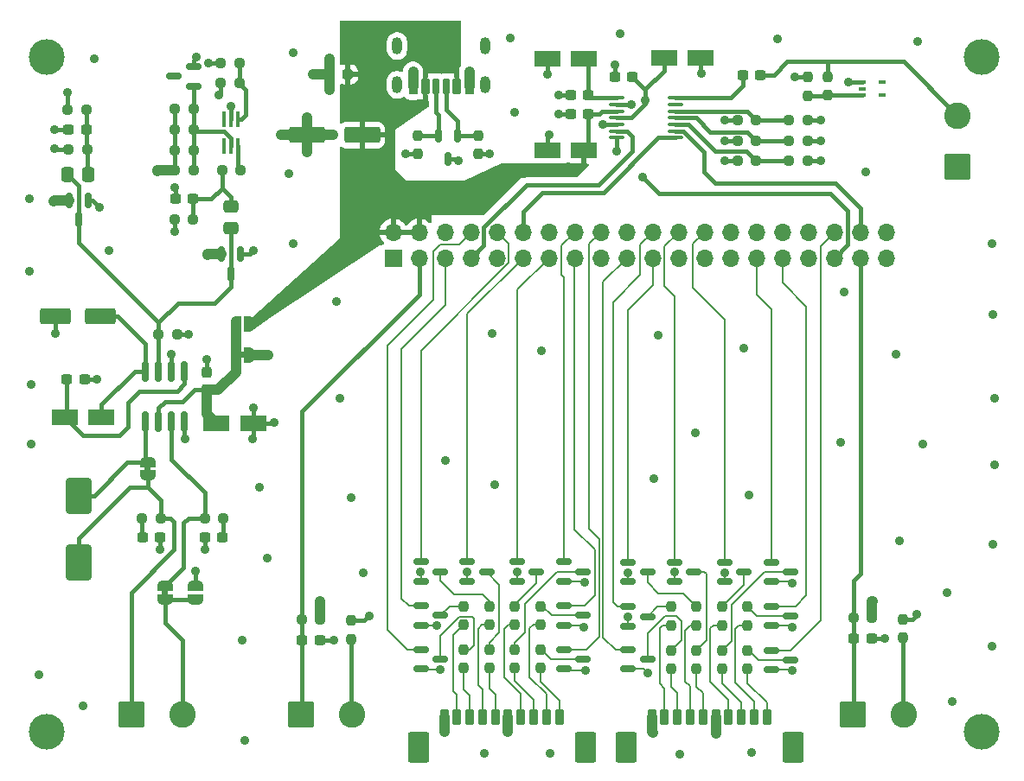
<source format=gbr>
%TF.GenerationSoftware,KiCad,Pcbnew,9.0.0*%
%TF.CreationDate,2025-03-09T23:13:35+01:00*%
%TF.ProjectId,hotline,686f746c-696e-4652-9e6b-696361645f70,rev?*%
%TF.SameCoordinates,Original*%
%TF.FileFunction,Copper,L1,Top*%
%TF.FilePolarity,Positive*%
%FSLAX46Y46*%
G04 Gerber Fmt 4.6, Leading zero omitted, Abs format (unit mm)*
G04 Created by KiCad (PCBNEW 9.0.0) date 2025-03-09 23:13:35*
%MOMM*%
%LPD*%
G01*
G04 APERTURE LIST*
G04 Aperture macros list*
%AMRoundRect*
0 Rectangle with rounded corners*
0 $1 Rounding radius*
0 $2 $3 $4 $5 $6 $7 $8 $9 X,Y pos of 4 corners*
0 Add a 4 corners polygon primitive as box body*
4,1,4,$2,$3,$4,$5,$6,$7,$8,$9,$2,$3,0*
0 Add four circle primitives for the rounded corners*
1,1,$1+$1,$2,$3*
1,1,$1+$1,$4,$5*
1,1,$1+$1,$6,$7*
1,1,$1+$1,$8,$9*
0 Add four rect primitives between the rounded corners*
20,1,$1+$1,$2,$3,$4,$5,0*
20,1,$1+$1,$4,$5,$6,$7,0*
20,1,$1+$1,$6,$7,$8,$9,0*
20,1,$1+$1,$8,$9,$2,$3,0*%
%AMFreePoly0*
4,1,23,0.500000,-0.750000,0.000000,-0.750000,0.000000,-0.745722,-0.065263,-0.745722,-0.191342,-0.711940,-0.304381,-0.646677,-0.396677,-0.554381,-0.461940,-0.441342,-0.495722,-0.315263,-0.495722,-0.250000,-0.500000,-0.250000,-0.500000,0.250000,-0.495722,0.250000,-0.495722,0.315263,-0.461940,0.441342,-0.396677,0.554381,-0.304381,0.646677,-0.191342,0.711940,-0.065263,0.745722,0.000000,0.745722,
0.000000,0.750000,0.500000,0.750000,0.500000,-0.750000,0.500000,-0.750000,$1*%
%AMFreePoly1*
4,1,23,0.000000,0.745722,0.065263,0.745722,0.191342,0.711940,0.304381,0.646677,0.396677,0.554381,0.461940,0.441342,0.495722,0.315263,0.495722,0.250000,0.500000,0.250000,0.500000,-0.250000,0.495722,-0.250000,0.495722,-0.315263,0.461940,-0.441342,0.396677,-0.554381,0.304381,-0.646677,0.191342,-0.711940,0.065263,-0.745722,0.000000,-0.745722,0.000000,-0.750000,-0.500000,-0.750000,
-0.500000,0.750000,0.000000,0.750000,0.000000,0.745722,0.000000,0.745722,$1*%
G04 Aperture macros list end*
%TA.AperFunction,EtchedComponent*%
%ADD10C,0.000000*%
%TD*%
%TA.AperFunction,SMDPad,CuDef*%
%ADD11RoundRect,0.237500X-0.237500X0.250000X-0.237500X-0.250000X0.237500X-0.250000X0.237500X0.250000X0*%
%TD*%
%TA.AperFunction,SMDPad,CuDef*%
%ADD12RoundRect,0.237500X-0.250000X-0.237500X0.250000X-0.237500X0.250000X0.237500X-0.250000X0.237500X0*%
%TD*%
%TA.AperFunction,ComponentPad*%
%ADD13C,3.500000*%
%TD*%
%TA.AperFunction,SMDPad,CuDef*%
%ADD14RoundRect,0.175000X0.175000X0.625000X-0.175000X0.625000X-0.175000X-0.625000X0.175000X-0.625000X0*%
%TD*%
%TA.AperFunction,SMDPad,CuDef*%
%ADD15RoundRect,0.200000X0.200000X0.600000X-0.200000X0.600000X-0.200000X-0.600000X0.200000X-0.600000X0*%
%TD*%
%TA.AperFunction,SMDPad,CuDef*%
%ADD16RoundRect,0.225000X0.225000X0.575000X-0.225000X0.575000X-0.225000X-0.575000X0.225000X-0.575000X0*%
%TD*%
%TA.AperFunction,HeatsinkPad*%
%ADD17O,1.000000X1.700000*%
%TD*%
%TA.AperFunction,SMDPad,CuDef*%
%ADD18RoundRect,0.150000X-0.587500X-0.150000X0.587500X-0.150000X0.587500X0.150000X-0.587500X0.150000X0*%
%TD*%
%TA.AperFunction,SMDPad,CuDef*%
%ADD19RoundRect,0.237500X0.300000X0.237500X-0.300000X0.237500X-0.300000X-0.237500X0.300000X-0.237500X0*%
%TD*%
%TA.AperFunction,SMDPad,CuDef*%
%ADD20RoundRect,0.237500X0.237500X-0.300000X0.237500X0.300000X-0.237500X0.300000X-0.237500X-0.300000X0*%
%TD*%
%TA.AperFunction,SMDPad,CuDef*%
%ADD21RoundRect,0.250000X1.050000X0.550000X-1.050000X0.550000X-1.050000X-0.550000X1.050000X-0.550000X0*%
%TD*%
%TA.AperFunction,SMDPad,CuDef*%
%ADD22RoundRect,0.237500X0.237500X-0.250000X0.237500X0.250000X-0.237500X0.250000X-0.237500X-0.250000X0*%
%TD*%
%TA.AperFunction,SMDPad,CuDef*%
%ADD23FreePoly0,270.000000*%
%TD*%
%TA.AperFunction,SMDPad,CuDef*%
%ADD24FreePoly1,270.000000*%
%TD*%
%TA.AperFunction,SMDPad,CuDef*%
%ADD25RoundRect,0.237500X-0.300000X-0.237500X0.300000X-0.237500X0.300000X0.237500X-0.300000X0.237500X0*%
%TD*%
%TA.AperFunction,ComponentPad*%
%ADD26RoundRect,0.250000X-1.050000X-1.050000X1.050000X-1.050000X1.050000X1.050000X-1.050000X1.050000X0*%
%TD*%
%TA.AperFunction,ComponentPad*%
%ADD27C,2.600000*%
%TD*%
%TA.AperFunction,SMDPad,CuDef*%
%ADD28RoundRect,0.237500X0.250000X0.237500X-0.250000X0.237500X-0.250000X-0.237500X0.250000X-0.237500X0*%
%TD*%
%TA.AperFunction,SMDPad,CuDef*%
%ADD29FreePoly0,0.000000*%
%TD*%
%TA.AperFunction,SMDPad,CuDef*%
%ADD30FreePoly1,0.000000*%
%TD*%
%TA.AperFunction,SMDPad,CuDef*%
%ADD31RoundRect,0.250000X1.250000X0.550000X-1.250000X0.550000X-1.250000X-0.550000X1.250000X-0.550000X0*%
%TD*%
%TA.AperFunction,SMDPad,CuDef*%
%ADD32FreePoly0,90.000000*%
%TD*%
%TA.AperFunction,SMDPad,CuDef*%
%ADD33FreePoly1,90.000000*%
%TD*%
%TA.AperFunction,SMDPad,CuDef*%
%ADD34RoundRect,0.250000X-1.050000X-0.550000X1.050000X-0.550000X1.050000X0.550000X-1.050000X0.550000X0*%
%TD*%
%TA.AperFunction,SMDPad,CuDef*%
%ADD35RoundRect,0.100000X-0.100000X0.650000X-0.100000X-0.650000X0.100000X-0.650000X0.100000X0.650000X0*%
%TD*%
%TA.AperFunction,SMDPad,CuDef*%
%ADD36RoundRect,0.250000X1.500000X0.550000X-1.500000X0.550000X-1.500000X-0.550000X1.500000X-0.550000X0*%
%TD*%
%TA.AperFunction,SMDPad,CuDef*%
%ADD37RoundRect,0.150000X-0.150000X0.587500X-0.150000X-0.587500X0.150000X-0.587500X0.150000X0.587500X0*%
%TD*%
%TA.AperFunction,ComponentPad*%
%ADD38R,1.700000X1.700000*%
%TD*%
%TA.AperFunction,ComponentPad*%
%ADD39O,1.700000X1.700000*%
%TD*%
%TA.AperFunction,SMDPad,CuDef*%
%ADD40RoundRect,0.250000X-0.475000X0.337500X-0.475000X-0.337500X0.475000X-0.337500X0.475000X0.337500X0*%
%TD*%
%TA.AperFunction,SMDPad,CuDef*%
%ADD41RoundRect,0.100000X-0.225000X-0.100000X0.225000X-0.100000X0.225000X0.100000X-0.225000X0.100000X0*%
%TD*%
%TA.AperFunction,SMDPad,CuDef*%
%ADD42RoundRect,0.150000X-0.150000X0.512500X-0.150000X-0.512500X0.150000X-0.512500X0.150000X0.512500X0*%
%TD*%
%TA.AperFunction,SMDPad,CuDef*%
%ADD43RoundRect,0.250000X0.337500X0.475000X-0.337500X0.475000X-0.337500X-0.475000X0.337500X-0.475000X0*%
%TD*%
%TA.AperFunction,SMDPad,CuDef*%
%ADD44RoundRect,0.200000X-0.200000X-0.600000X0.200000X-0.600000X0.200000X0.600000X-0.200000X0.600000X0*%
%TD*%
%TA.AperFunction,SMDPad,CuDef*%
%ADD45RoundRect,0.250001X-0.799999X-1.249999X0.799999X-1.249999X0.799999X1.249999X-0.799999X1.249999X0*%
%TD*%
%TA.AperFunction,SMDPad,CuDef*%
%ADD46RoundRect,0.150000X0.150000X-0.825000X0.150000X0.825000X-0.150000X0.825000X-0.150000X-0.825000X0*%
%TD*%
%TA.AperFunction,ComponentPad*%
%ADD47RoundRect,0.250000X1.050000X-1.050000X1.050000X1.050000X-1.050000X1.050000X-1.050000X-1.050000X0*%
%TD*%
%TA.AperFunction,SMDPad,CuDef*%
%ADD48RoundRect,0.237500X0.287500X0.237500X-0.287500X0.237500X-0.287500X-0.237500X0.287500X-0.237500X0*%
%TD*%
%TA.AperFunction,SMDPad,CuDef*%
%ADD49RoundRect,0.250000X-1.000000X1.500000X-1.000000X-1.500000X1.000000X-1.500000X1.000000X1.500000X0*%
%TD*%
%TA.AperFunction,SMDPad,CuDef*%
%ADD50RoundRect,0.100000X-0.637500X-0.100000X0.637500X-0.100000X0.637500X0.100000X-0.637500X0.100000X0*%
%TD*%
%TA.AperFunction,SMDPad,CuDef*%
%ADD51RoundRect,0.150000X0.587500X0.150000X-0.587500X0.150000X-0.587500X-0.150000X0.587500X-0.150000X0*%
%TD*%
%TA.AperFunction,ViaPad*%
%ADD52C,0.900000*%
%TD*%
%TA.AperFunction,Conductor*%
%ADD53C,0.400000*%
%TD*%
%TA.AperFunction,Conductor*%
%ADD54C,1.000000*%
%TD*%
%TA.AperFunction,Conductor*%
%ADD55C,0.200000*%
%TD*%
G04 APERTURE END LIST*
D10*
%TA.AperFunction,EtchedComponent*%
%TO.C,JP3*%
G36*
X104400000Y-110250000D02*
G01*
X103800000Y-110250000D01*
X103800000Y-109750000D01*
X104400000Y-109750000D01*
X104400000Y-110250000D01*
G37*
%TD.AperFunction*%
%TA.AperFunction,EtchedComponent*%
%TO.C,JP5*%
G36*
X106100000Y-122400000D02*
G01*
X105500000Y-122400000D01*
X105500000Y-121900000D01*
X106100000Y-121900000D01*
X106100000Y-122400000D01*
G37*
%TD.AperFunction*%
%TA.AperFunction,EtchedComponent*%
%TO.C,JP1*%
G36*
X113650000Y-99150000D02*
G01*
X113150000Y-99150000D01*
X113150000Y-98550000D01*
X113650000Y-98550000D01*
X113650000Y-99150000D01*
G37*
%TD.AperFunction*%
%TD*%
D11*
%TO.P,R2,1*%
%TO.N,Net-(J1-CC1)*%
X136450000Y-77337500D03*
%TO.P,R2,2*%
%TO.N,GND*%
X136450000Y-79162500D03*
%TD*%
D12*
%TO.P,R6,1*%
%TO.N,+3V3*%
X161875000Y-79850000D03*
%TO.P,R6,2*%
%TO.N,Net-(U1-MD0)*%
X163700000Y-79850000D03*
%TD*%
D13*
%TO.P,H4,1*%
%TO.N,N/C*%
X185800000Y-135800000D03*
%TD*%
D14*
%TO.P,J1,A5,CC1*%
%TO.N,Net-(J1-CC1)*%
X133350000Y-72540000D03*
D15*
%TO.P,J1,A9,VBUS*%
%TO.N,+5V*%
X131330000Y-72540000D03*
D16*
%TO.P,J1,A12,GND*%
%TO.N,GND*%
X130100000Y-72540000D03*
D14*
%TO.P,J1,B5,CC2*%
%TO.N,Net-(J1-CC2)*%
X132350000Y-72540000D03*
D15*
%TO.P,J1,B9,VBUS*%
%TO.N,+5V*%
X134370000Y-72540000D03*
D16*
%TO.P,J1,B12,GND*%
%TO.N,GND*%
X135600000Y-72540000D03*
D17*
%TO.P,J1,S1,SHIELD*%
X137170000Y-72360000D03*
X137170000Y-68560000D03*
X128530000Y-72360000D03*
X128530000Y-68560000D03*
%TD*%
D18*
%TO.P,Q13,1,G*%
%TO.N,/LD*%
X135412500Y-119125000D03*
%TO.P,Q13,2,S*%
%TO.N,GND*%
X135412500Y-121025000D03*
%TO.P,Q13,3,D*%
%TO.N,Net-(Q13-D)*%
X137287500Y-120075000D03*
%TD*%
D19*
%TO.P,C21,1*%
%TO.N,Net-(C21-Pad1)*%
X98110000Y-76747500D03*
%TO.P,C21,2*%
%TO.N,GND*%
X96385000Y-76747500D03*
%TD*%
D20*
%TO.P,C16,1*%
%TO.N,Net-(JP1-A)*%
X109880000Y-102262500D03*
%TO.P,C16,2*%
%TO.N,GND*%
X109880000Y-100537500D03*
%TD*%
D21*
%TO.P,C8,1*%
%TO.N,+5V*%
X146825000Y-78800000D03*
%TO.P,C8,2*%
%TO.N,GND*%
X143225000Y-78800000D03*
%TD*%
D22*
%TO.P,R35,1*%
%TO.N,Net-(J4-Pad5)*%
X137550000Y-129537500D03*
%TO.P,R35,2*%
%TO.N,Net-(Q13-D)*%
X137550000Y-127712500D03*
%TD*%
D18*
%TO.P,Q1,1,G*%
%TO.N,/RDP*%
X160600000Y-119175000D03*
%TO.P,Q1,2,S*%
%TO.N,GND*%
X160600000Y-121075000D03*
%TO.P,Q1,3,D*%
%TO.N,Net-(Q1-D)*%
X162475000Y-120125000D03*
%TD*%
D23*
%TO.P,JP4,1,A*%
%TO.N,GND*%
X108800000Y-121500000D03*
D24*
%TO.P,JP4,2,B*%
%TO.N,Net-(JP4-B)*%
X108800000Y-122800000D03*
%TD*%
D25*
%TO.P,C9,1*%
%TO.N,/BUTTON_R*%
X173250000Y-126637500D03*
%TO.P,C9,2*%
%TO.N,GND*%
X174975000Y-126637500D03*
%TD*%
D26*
%TO.P,SW1,1,1*%
%TO.N,/BUTTON_L*%
X119100000Y-134117500D03*
D27*
%TO.P,SW1,2,2*%
%TO.N,Net-(R4-Pad1)*%
X124100000Y-134117500D03*
%TD*%
D22*
%TO.P,R30,1*%
%TO.N,Net-(J3-Pad10)*%
X162850000Y-129600000D03*
%TO.P,R30,2*%
%TO.N,Net-(Q8-D)*%
X162850000Y-127775000D03*
%TD*%
D25*
%TO.P,C10,1*%
%TO.N,/MIC*%
X162387500Y-71450000D03*
%TO.P,C10,2*%
%TO.N,Net-(MK1-+)*%
X164112500Y-71450000D03*
%TD*%
D26*
%TO.P,SW2,1,1*%
%TO.N,/BUTTON_R*%
X173150000Y-134117500D03*
D27*
%TO.P,SW2,2,2*%
%TO.N,Net-(R8-Pad1)*%
X178150000Y-134117500D03*
%TD*%
D13*
%TO.P,H3,1*%
%TO.N,N/C*%
X94250000Y-135800000D03*
%TD*%
D12*
%TO.P,R14,1*%
%TO.N,/Audio Out/AUDIO_L*%
X111275000Y-70275000D03*
%TO.P,R14,2*%
%TO.N,Net-(U3-A_{1})*%
X113100000Y-70275000D03*
%TD*%
D28*
%TO.P,R22,1*%
%TO.N,Net-(C21-Pad1)*%
X98180000Y-78692500D03*
%TO.P,R22,2*%
%TO.N,GND*%
X96355000Y-78692500D03*
%TD*%
D13*
%TO.P,H2,1*%
%TO.N,N/C*%
X94250000Y-69650000D03*
%TD*%
D22*
%TO.P,R36,1*%
%TO.N,Net-(J4-Pad8)*%
X140050000Y-129537500D03*
%TO.P,R36,2*%
%TO.N,Net-(Q14-D)*%
X140050000Y-127712500D03*
%TD*%
%TO.P,R8,1*%
%TO.N,Net-(R8-Pad1)*%
X178050000Y-126550000D03*
%TO.P,R8,2*%
%TO.N,GND*%
X178050000Y-124725000D03*
%TD*%
D12*
%TO.P,R19,1*%
%TO.N,Net-(JP5-B)*%
X109687500Y-114850000D03*
%TO.P,R19,2*%
%TO.N,Net-(C19-Pad1)*%
X111512500Y-114850000D03*
%TD*%
D22*
%TO.P,R29,1*%
%TO.N,Net-(J3-Pad9)*%
X162850000Y-125350000D03*
%TO.P,R29,2*%
%TO.N,Net-(Q7-D)*%
X162850000Y-123525000D03*
%TD*%
%TO.P,R27,1*%
%TO.N,Net-(J3-Pad5)*%
X157850000Y-129600000D03*
%TO.P,R27,2*%
%TO.N,Net-(Q5-D)*%
X157850000Y-127775000D03*
%TD*%
D29*
%TO.P,JP2,1,A*%
%TO.N,Net-(JP1-A)*%
X112750000Y-95850000D03*
D30*
%TO.P,JP2,2,B*%
%TO.N,+5V*%
X114050000Y-95850000D03*
%TD*%
D18*
%TO.P,Q14,1,G*%
%TO.N,/LC*%
X144862500Y-119125000D03*
%TO.P,Q14,2,S*%
%TO.N,GND*%
X144862500Y-121025000D03*
%TO.P,Q14,3,D*%
%TO.N,Net-(Q14-D)*%
X146737500Y-120075000D03*
%TD*%
D22*
%TO.P,R33,1*%
%TO.N,Net-(J4-Pad2)*%
X135050000Y-125287500D03*
%TO.P,R33,2*%
%TO.N,Net-(Q11-D)*%
X135050000Y-123462500D03*
%TD*%
D28*
%TO.P,R41,1*%
%TO.N,Net-(U3-V_{CC})*%
X108612500Y-78770000D03*
%TO.P,R41,2*%
%TO.N,+3V3*%
X106787500Y-78770000D03*
%TD*%
D31*
%TO.P,C13,1*%
%TO.N,Net-(U5-In1M)*%
X99500000Y-95050000D03*
%TO.P,C13,2*%
%TO.N,GND*%
X95100000Y-95050000D03*
%TD*%
D25*
%TO.P,C20,1*%
%TO.N,Net-(C20-Pad1)*%
X103625000Y-116700000D03*
%TO.P,C20,2*%
%TO.N,GND*%
X105350000Y-116700000D03*
%TD*%
D19*
%TO.P,C4,1*%
%TO.N,+3V3*%
X151587500Y-71600000D03*
%TO.P,C4,2*%
%TO.N,GND*%
X149862500Y-71600000D03*
%TD*%
%TO.P,C19,1*%
%TO.N,Net-(C19-Pad1)*%
X111462500Y-116700000D03*
%TO.P,C19,2*%
%TO.N,GND*%
X109737500Y-116700000D03*
%TD*%
D32*
%TO.P,JP3,1,A*%
%TO.N,Net-(JP3-A)*%
X104100000Y-110650000D03*
D33*
%TO.P,JP3,2,B*%
%TO.N,Net-(JP3-B)*%
X104100000Y-109350000D03*
%TD*%
D34*
%TO.P,C2,1*%
%TO.N,+3V3*%
X154675000Y-69750000D03*
%TO.P,C2,2*%
%TO.N,GND*%
X158275000Y-69750000D03*
%TD*%
D35*
%TO.P,U3,1,A_{1}*%
%TO.N,Net-(U3-A_{1})*%
X112925000Y-75750000D03*
%TO.P,U3,2,GND*%
%TO.N,GND*%
X112275000Y-75750000D03*
%TO.P,U3,3,A_{2}*%
%TO.N,unconnected-(U3-A_{2}-Pad3)*%
X111625000Y-75750000D03*
%TO.P,U3,4,Y_{2}*%
%TO.N,unconnected-(U3-Y_{2}-Pad4)*%
X111625000Y-78410000D03*
%TO.P,U3,5,V_{CC}*%
%TO.N,Net-(U3-V_{CC})*%
X112275000Y-78410000D03*
%TO.P,U3,6,Y_{1}*%
%TO.N,Net-(U3-Y_{1})*%
X112925000Y-78410000D03*
%TD*%
D12*
%TO.P,R7,1*%
%TO.N,Net-(U1-MD0)*%
X166875000Y-79850000D03*
%TO.P,R7,2*%
%TO.N,GND*%
X168700000Y-79850000D03*
%TD*%
D22*
%TO.P,R13,1*%
%TO.N,Net-(U2-K)*%
X170675000Y-73412500D03*
%TO.P,R13,2*%
%TO.N,Net-(MK1-+)*%
X170675000Y-71587500D03*
%TD*%
%TO.P,R24,1*%
%TO.N,Net-(J3-Pad3)*%
X155350000Y-129600000D03*
%TO.P,R24,2*%
%TO.N,Net-(Q2-D)*%
X155350000Y-127775000D03*
%TD*%
D28*
%TO.P,R3,1*%
%TO.N,+3V3*%
X121025000Y-124737500D03*
%TO.P,R3,2*%
%TO.N,/BUTTON_L*%
X119200000Y-124737500D03*
%TD*%
D22*
%TO.P,R23,1*%
%TO.N,Net-(J3-Pad7)*%
X160350000Y-125350000D03*
%TO.P,R23,2*%
%TO.N,Net-(Q1-D)*%
X160350000Y-123525000D03*
%TD*%
D36*
%TO.P,C1,1*%
%TO.N,+5V*%
X125100000Y-77300000D03*
%TO.P,C1,2*%
%TO.N,GND*%
X119700000Y-77300000D03*
%TD*%
D37*
%TO.P,D4,1,K*%
%TO.N,GND*%
X98300000Y-83725000D03*
%TO.P,D4,2,A*%
%TO.N,+3V3*%
X96400000Y-83725000D03*
%TO.P,D4,3,K*%
%TO.N,/Audio Out/AUDIO_OUT*%
X97350000Y-85600000D03*
%TD*%
D18*
%TO.P,Q10,1,G*%
%TO.N,/LG*%
X130862500Y-127725000D03*
%TO.P,Q10,2,S*%
%TO.N,GND*%
X130862500Y-129625000D03*
%TO.P,Q10,3,D*%
%TO.N,Net-(Q10-D)*%
X132737500Y-128675000D03*
%TD*%
D25*
%TO.P,C7,1*%
%TO.N,/BUTTON_L*%
X119250000Y-126787500D03*
%TO.P,C7,2*%
%TO.N,GND*%
X120975000Y-126787500D03*
%TD*%
D28*
%TO.P,R17,1*%
%TO.N,Net-(U3-Y_{1})*%
X113212500Y-80775000D03*
%TO.P,R17,2*%
%TO.N,Net-(C14-Pad1)*%
X111387500Y-80775000D03*
%TD*%
D18*
%TO.P,Q4,1,G*%
%TO.N,/RE*%
X151162500Y-119175000D03*
%TO.P,Q4,2,S*%
%TO.N,GND*%
X151162500Y-121075000D03*
%TO.P,Q4,3,D*%
%TO.N,Net-(Q4-D)*%
X153037500Y-120125000D03*
%TD*%
D19*
%TO.P,C14,1*%
%TO.N,Net-(C14-Pad1)*%
X108562500Y-83575000D03*
%TO.P,C14,2*%
%TO.N,GND*%
X106837500Y-83575000D03*
%TD*%
D28*
%TO.P,R5,1*%
%TO.N,+3V3*%
X175025000Y-124587500D03*
%TO.P,R5,2*%
%TO.N,/BUTTON_R*%
X173200000Y-124587500D03*
%TD*%
D32*
%TO.P,JP5,1,A*%
%TO.N,Net-(JP4-B)*%
X105800000Y-122800000D03*
D33*
%TO.P,JP5,2,B*%
%TO.N,Net-(JP5-B)*%
X105800000Y-121500000D03*
%TD*%
D18*
%TO.P,Q16,1,G*%
%TO.N,/LA*%
X144862500Y-127725000D03*
%TO.P,Q16,2,S*%
%TO.N,GND*%
X144862500Y-129625000D03*
%TO.P,Q16,3,D*%
%TO.N,Net-(Q16-D)*%
X146737500Y-128675000D03*
%TD*%
D19*
%TO.P,C5,1*%
%TO.N,Net-(U1-V_{REF})*%
X147237500Y-73400000D03*
%TO.P,C5,2*%
%TO.N,GND*%
X145512500Y-73400000D03*
%TD*%
D28*
%TO.P,R20,1*%
%TO.N,Net-(JP3-A)*%
X105400000Y-114850000D03*
%TO.P,R20,2*%
%TO.N,Net-(C20-Pad1)*%
X103575000Y-114850000D03*
%TD*%
D12*
%TO.P,R10,1*%
%TO.N,Net-(U1-MD1)*%
X166875000Y-77850000D03*
%TO.P,R10,2*%
%TO.N,GND*%
X168700000Y-77850000D03*
%TD*%
D38*
%TO.P,J2,1,3V3*%
%TO.N,+3V3*%
X128160000Y-89350000D03*
D39*
%TO.P,J2,2,5V*%
%TO.N,+5V*%
X128160000Y-86810000D03*
%TO.P,J2,3,SDA/GPIO2*%
%TO.N,/BUTTON_L*%
X130700000Y-89350000D03*
%TO.P,J2,4,5V*%
%TO.N,+5V*%
X130700000Y-86810000D03*
%TO.P,J2,5,SCL/GPIO3*%
%TO.N,/LF*%
X133240000Y-89350000D03*
%TO.P,J2,6,GND*%
%TO.N,GND*%
X133240000Y-86810000D03*
%TO.P,J2,7,GCLK0/GPIO4*%
%TO.N,/MIC_MCLK*%
X135780000Y-89350000D03*
%TO.P,J2,8,GPIO14/TXD*%
%TO.N,/LG*%
X135780000Y-86810000D03*
%TO.P,J2,9,GND*%
%TO.N,GND*%
X138320000Y-89350000D03*
%TO.P,J2,10,GPIO15/RXD*%
%TO.N,/LE*%
X138320000Y-86810000D03*
%TO.P,J2,11,GPIO17*%
%TO.N,/LD*%
X140860000Y-89350000D03*
%TO.P,J2,12,GPIO18/CLK*%
%TO.N,/MIC_BCLK*%
X140860000Y-86810000D03*
%TO.P,J2,13,GPIO27*%
%TO.N,/LDP*%
X143400000Y-89350000D03*
%TO.P,J2,14,GND*%
%TO.N,GND*%
X143400000Y-86810000D03*
%TO.P,J2,15,GPIO22*%
%TO.N,/LB*%
X145940000Y-89350000D03*
%TO.P,J2,16,GPIO23*%
%TO.N,/LC*%
X145940000Y-86810000D03*
%TO.P,J2,17,3V3*%
%TO.N,+3V3*%
X148480000Y-89350000D03*
%TO.P,J2,18,GPIO24*%
%TO.N,/LA*%
X148480000Y-86810000D03*
%TO.P,J2,19,MOSI0/GPIO10*%
%TO.N,/RG*%
X151020000Y-89350000D03*
%TO.P,J2,20,GND*%
%TO.N,GND*%
X151020000Y-86810000D03*
%TO.P,J2,21,MISO0/GPIO9*%
%TO.N,/RE*%
X153560000Y-89350000D03*
%TO.P,J2,22,GPIO25*%
%TO.N,/RF*%
X153560000Y-86810000D03*
%TO.P,J2,23,SCLK0/GPIO11*%
%TO.N,unconnected-(J2-SCLK0{slash}GPIO11-Pad23)*%
X156100000Y-89350000D03*
%TO.P,J2,24,~{CE0}/GPIO8*%
%TO.N,/RD*%
X156100000Y-86810000D03*
%TO.P,J2,25,GND*%
%TO.N,GND*%
X158640000Y-89350000D03*
%TO.P,J2,26,~{CE1}/GPIO7*%
%TO.N,/RDP*%
X158640000Y-86810000D03*
%TO.P,J2,27,ID_SD/GPIO0*%
%TO.N,unconnected-(J2-ID_SD{slash}GPIO0-Pad27)*%
X161180000Y-89350000D03*
%TO.P,J2,28,ID_SC/GPIO1*%
%TO.N,unconnected-(J2-ID_SC{slash}GPIO1-Pad28)*%
X161180000Y-86810000D03*
%TO.P,J2,29,GCLK1/GPIO5*%
%TO.N,/RC*%
X163720000Y-89350000D03*
%TO.P,J2,30,GND*%
%TO.N,GND*%
X163720000Y-86810000D03*
%TO.P,J2,31,GCLK2/GPIO6*%
%TO.N,/RB*%
X166260000Y-89350000D03*
%TO.P,J2,32,PWM0/GPIO12*%
%TO.N,/Audio Out/AUDIO_R*%
X166260000Y-86810000D03*
%TO.P,J2,33,PWM1/GPIO13*%
%TO.N,/Audio Out/AUDIO_L*%
X168800000Y-89350000D03*
%TO.P,J2,34,GND*%
%TO.N,GND*%
X168800000Y-86810000D03*
%TO.P,J2,35,GPIO19/FS*%
%TO.N,/MIC_LRCLK*%
X171340000Y-89350000D03*
%TO.P,J2,36,GPIO16*%
%TO.N,/RA*%
X171340000Y-86810000D03*
%TO.P,J2,37,GPIO26*%
%TO.N,/BUTTON_R*%
X173880000Y-89350000D03*
%TO.P,J2,38,GPIO20/DIN*%
%TO.N,/MIC_DOUT*%
X173880000Y-86810000D03*
%TO.P,J2,39,GND*%
%TO.N,GND*%
X176420000Y-89350000D03*
%TO.P,J2,40,GPIO21/DOUT*%
%TO.N,unconnected-(J2-GPIO21{slash}DOUT-Pad40)*%
X176420000Y-86810000D03*
%TD*%
D13*
%TO.P,H1,1*%
%TO.N,N/C*%
X185800000Y-69650000D03*
%TD*%
D22*
%TO.P,R4,1*%
%TO.N,Net-(R4-Pad1)*%
X124050000Y-126700000D03*
%TO.P,R4,2*%
%TO.N,GND*%
X124050000Y-124875000D03*
%TD*%
D37*
%TO.P,D3,1,K*%
%TO.N,GND*%
X113200000Y-88987500D03*
%TO.P,D3,2,A*%
%TO.N,+3V3*%
X111300000Y-88987500D03*
%TO.P,D3,3,K*%
%TO.N,/Audio Out/AUDIO_OUT*%
X112250000Y-90862500D03*
%TD*%
D40*
%TO.P,C15,1*%
%TO.N,Net-(C14-Pad1)*%
X112250000Y-84337500D03*
%TO.P,C15,2*%
%TO.N,/Audio Out/AUDIO_OUT*%
X112250000Y-86412500D03*
%TD*%
D28*
%TO.P,R40,1*%
%TO.N,Net-(U3-V_{CC})*%
X108612500Y-80780000D03*
%TO.P,R40,2*%
%TO.N,+3V3*%
X106787500Y-80780000D03*
%TD*%
D41*
%TO.P,U2,1,A*%
%TO.N,GND*%
X174100000Y-72100000D03*
%TO.P,U2,2,NC*%
%TO.N,unconnected-(U2-NC-Pad2)*%
X174100000Y-72750000D03*
%TO.P,U2,3,K*%
%TO.N,Net-(U2-K)*%
X174100000Y-73400000D03*
%TO.P,U2,4,NC*%
%TO.N,unconnected-(U2-NC-Pad4)*%
X176000000Y-73400000D03*
%TO.P,U2,5,NC*%
%TO.N,unconnected-(U2-NC-Pad5)*%
X176000000Y-72100000D03*
%TD*%
D12*
%TO.P,R21,1*%
%TO.N,/Audio Out/AUDIO_R*%
X96305000Y-74852500D03*
%TO.P,R21,2*%
%TO.N,Net-(C21-Pad1)*%
X98130000Y-74852500D03*
%TD*%
D18*
%TO.P,Q8,1,G*%
%TO.N,/RA*%
X165162500Y-127775000D03*
%TO.P,Q8,2,S*%
%TO.N,GND*%
X165162500Y-129675000D03*
%TO.P,Q8,3,D*%
%TO.N,Net-(Q8-D)*%
X167037500Y-128725000D03*
%TD*%
D22*
%TO.P,R28,1*%
%TO.N,Net-(J3-Pad8)*%
X160350000Y-129600000D03*
%TO.P,R28,2*%
%TO.N,Net-(Q6-D)*%
X160350000Y-127775000D03*
%TD*%
D18*
%TO.P,Q6,1,G*%
%TO.N,/RC*%
X165162500Y-119175000D03*
%TO.P,Q6,2,S*%
%TO.N,GND*%
X165162500Y-121075000D03*
%TO.P,Q6,3,D*%
%TO.N,Net-(Q6-D)*%
X167037500Y-120125000D03*
%TD*%
D42*
%TO.P,D2,1,K*%
%TO.N,Net-(J1-CC1)*%
X134450000Y-77325000D03*
%TO.P,D2,2,K*%
%TO.N,Net-(J1-CC2)*%
X132550000Y-77325000D03*
%TO.P,D2,3,A*%
%TO.N,GND*%
X133500000Y-79600000D03*
%TD*%
D29*
%TO.P,JP1,1,A*%
%TO.N,Net-(JP1-A)*%
X112750000Y-98850000D03*
D30*
%TO.P,JP1,2,B*%
%TO.N,+3V3*%
X114050000Y-98850000D03*
%TD*%
D28*
%TO.P,R42,1*%
%TO.N,Net-(U3-V_{CC})*%
X108612500Y-76760000D03*
%TO.P,R42,2*%
%TO.N,+3V3*%
X106787500Y-76760000D03*
%TD*%
D22*
%TO.P,R34,1*%
%TO.N,Net-(J4-Pad4)*%
X137550000Y-125287500D03*
%TO.P,R34,2*%
%TO.N,Net-(Q12-D)*%
X137550000Y-123462500D03*
%TD*%
D12*
%TO.P,R12,1*%
%TO.N,Net-(U1-FMT)*%
X166875000Y-75850000D03*
%TO.P,R12,2*%
%TO.N,GND*%
X168700000Y-75850000D03*
%TD*%
D28*
%TO.P,R18,1*%
%TO.N,Net-(C14-Pad1)*%
X108575000Y-85525000D03*
%TO.P,R18,2*%
%TO.N,GND*%
X106750000Y-85525000D03*
%TD*%
D43*
%TO.P,C22,1*%
%TO.N,Net-(C21-Pad1)*%
X98325000Y-81142500D03*
%TO.P,C22,2*%
%TO.N,/Audio Out/AUDIO_OUT*%
X96250000Y-81142500D03*
%TD*%
D44*
%TO.P,J3,1,1*%
%TO.N,+3V3*%
X153475000Y-134375000D03*
%TO.P,J3,2,2*%
%TO.N,Net-(J3-Pad2)*%
X154725000Y-134375000D03*
%TO.P,J3,3,3*%
%TO.N,Net-(J3-Pad3)*%
X155975000Y-134375000D03*
%TO.P,J3,4,4*%
%TO.N,Net-(J3-Pad4)*%
X157225000Y-134375000D03*
%TO.P,J3,5,5*%
%TO.N,Net-(J3-Pad5)*%
X158475000Y-134375000D03*
%TO.P,J3,6,6*%
%TO.N,+3V3*%
X159725000Y-134375000D03*
%TO.P,J3,7,7*%
%TO.N,Net-(J3-Pad7)*%
X160975000Y-134375000D03*
%TO.P,J3,8,8*%
%TO.N,Net-(J3-Pad8)*%
X162225000Y-134375000D03*
%TO.P,J3,9,9*%
%TO.N,Net-(J3-Pad9)*%
X163475000Y-134375000D03*
%TO.P,J3,10,10*%
%TO.N,Net-(J3-Pad10)*%
X164725000Y-134375000D03*
D45*
%TO.P,J3,MP*%
%TO.N,N/C*%
X150925000Y-137275000D03*
X167275000Y-137275000D03*
%TD*%
D22*
%TO.P,R37,1*%
%TO.N,Net-(J4-Pad9)*%
X142550000Y-125287500D03*
%TO.P,R37,2*%
%TO.N,Net-(Q15-D)*%
X142550000Y-123462500D03*
%TD*%
D26*
%TO.P,LS1,1,1*%
%TO.N,Net-(JP3-A)*%
X102500000Y-134117500D03*
D27*
%TO.P,LS1,2,2*%
%TO.N,Net-(JP4-B)*%
X107500000Y-134117500D03*
%TD*%
D46*
%TO.P,U5,1,Out1*%
%TO.N,Net-(JP3-B)*%
X103925000Y-105415000D03*
%TO.P,U5,2,V_{CC}*%
%TO.N,Net-(JP1-A)*%
X105195000Y-105415000D03*
%TO.P,U5,3,Out2*%
%TO.N,Net-(JP5-B)*%
X106465000Y-105415000D03*
%TO.P,U5,4,GND*%
%TO.N,GND*%
X107735000Y-105415000D03*
%TO.P,U5,5,In2M*%
%TO.N,Net-(U5-In2M)*%
X107735000Y-100465000D03*
%TO.P,U5,6,In2P*%
%TO.N,GND*%
X106465000Y-100465000D03*
%TO.P,U5,7,In1P*%
%TO.N,/Audio Out/AUDIO_OUT*%
X105195000Y-100465000D03*
%TO.P,U5,8,In1M*%
%TO.N,Net-(U5-In1M)*%
X103925000Y-100465000D03*
%TD*%
D44*
%TO.P,J4,1,1*%
%TO.N,+3V3*%
X133150000Y-134375000D03*
%TO.P,J4,2,2*%
%TO.N,Net-(J4-Pad2)*%
X134400000Y-134375000D03*
%TO.P,J4,3,3*%
%TO.N,Net-(J4-Pad3)*%
X135650000Y-134375000D03*
%TO.P,J4,4,4*%
%TO.N,Net-(J4-Pad4)*%
X136900000Y-134375000D03*
%TO.P,J4,5,5*%
%TO.N,Net-(J4-Pad5)*%
X138150000Y-134375000D03*
%TO.P,J4,6,6*%
%TO.N,+3V3*%
X139400000Y-134375000D03*
%TO.P,J4,7,7*%
%TO.N,Net-(J4-Pad7)*%
X140650000Y-134375000D03*
%TO.P,J4,8,8*%
%TO.N,Net-(J4-Pad8)*%
X141900000Y-134375000D03*
%TO.P,J4,9,9*%
%TO.N,Net-(J4-Pad9)*%
X143150000Y-134375000D03*
%TO.P,J4,10,10*%
%TO.N,Net-(J4-Pad10)*%
X144400000Y-134375000D03*
D45*
%TO.P,J4,MP*%
%TO.N,N/C*%
X130600000Y-137275000D03*
X146950000Y-137275000D03*
%TD*%
D22*
%TO.P,R38,1*%
%TO.N,Net-(J4-Pad10)*%
X142550000Y-129537500D03*
%TO.P,R38,2*%
%TO.N,Net-(Q16-D)*%
X142550000Y-127712500D03*
%TD*%
D18*
%TO.P,Q3,1,G*%
%TO.N,/RF*%
X151162500Y-123525000D03*
%TO.P,Q3,2,S*%
%TO.N,GND*%
X151162500Y-125425000D03*
%TO.P,Q3,3,D*%
%TO.N,Net-(Q3-D)*%
X153037500Y-124475000D03*
%TD*%
D22*
%TO.P,R25,1*%
%TO.N,Net-(J3-Pad2)*%
X155350000Y-125350000D03*
%TO.P,R25,2*%
%TO.N,Net-(Q3-D)*%
X155350000Y-123525000D03*
%TD*%
D18*
%TO.P,Q7,1,G*%
%TO.N,/RB*%
X165162500Y-123475000D03*
%TO.P,Q7,2,S*%
%TO.N,GND*%
X165162500Y-125375000D03*
%TO.P,Q7,3,D*%
%TO.N,Net-(Q7-D)*%
X167037500Y-124425000D03*
%TD*%
%TO.P,Q5,1,G*%
%TO.N,/RD*%
X155712500Y-119162500D03*
%TO.P,Q5,2,S*%
%TO.N,GND*%
X155712500Y-121062500D03*
%TO.P,Q5,3,D*%
%TO.N,Net-(Q5-D)*%
X157587500Y-120112500D03*
%TD*%
D47*
%TO.P,MK1,1,-*%
%TO.N,GND*%
X183417500Y-80400000D03*
D27*
%TO.P,MK1,2,+*%
%TO.N,Net-(MK1-+)*%
X183417500Y-75400000D03*
%TD*%
D18*
%TO.P,Q12,1,G*%
%TO.N,/LE*%
X130862500Y-119125000D03*
%TO.P,Q12,2,S*%
%TO.N,GND*%
X130862500Y-121025000D03*
%TO.P,Q12,3,D*%
%TO.N,Net-(Q12-D)*%
X132737500Y-120075000D03*
%TD*%
%TO.P,Q15,1,G*%
%TO.N,/LB*%
X144862500Y-123425000D03*
%TO.P,Q15,2,S*%
%TO.N,GND*%
X144862500Y-125325000D03*
%TO.P,Q15,3,D*%
%TO.N,Net-(Q15-D)*%
X146737500Y-124375000D03*
%TD*%
D22*
%TO.P,R26,1*%
%TO.N,Net-(J3-Pad4)*%
X157850000Y-125350000D03*
%TO.P,R26,2*%
%TO.N,Net-(Q4-D)*%
X157850000Y-123525000D03*
%TD*%
D34*
%TO.P,C17,1*%
%TO.N,Net-(JP1-A)*%
X110830000Y-105550000D03*
%TO.P,C17,2*%
%TO.N,GND*%
X114430000Y-105550000D03*
%TD*%
D21*
%TO.P,C3,1*%
%TO.N,Net-(U1-V_{REF})*%
X146825000Y-69800000D03*
%TO.P,C3,2*%
%TO.N,GND*%
X143225000Y-69800000D03*
%TD*%
D18*
%TO.P,Q2,1,G*%
%TO.N,/RG*%
X151162500Y-127725000D03*
%TO.P,Q2,2,S*%
%TO.N,GND*%
X151162500Y-129625000D03*
%TO.P,Q2,3,D*%
%TO.N,Net-(Q2-D)*%
X153037500Y-128675000D03*
%TD*%
D21*
%TO.P,C11,1*%
%TO.N,Net-(U5-In1M)*%
X99600000Y-104950000D03*
%TO.P,C11,2*%
%TO.N,Net-(U5-In2M)*%
X96000000Y-104950000D03*
%TD*%
D22*
%TO.P,R32,1*%
%TO.N,Net-(J4-Pad3)*%
X135050000Y-129537500D03*
%TO.P,R32,2*%
%TO.N,Net-(Q10-D)*%
X135050000Y-127712500D03*
%TD*%
D18*
%TO.P,Q11,1,G*%
%TO.N,/LF*%
X130862500Y-123425000D03*
%TO.P,Q11,2,S*%
%TO.N,GND*%
X130862500Y-125325000D03*
%TO.P,Q11,3,D*%
%TO.N,Net-(Q11-D)*%
X132737500Y-124375000D03*
%TD*%
D28*
%TO.P,R43,1*%
%TO.N,Net-(U3-V_{CC})*%
X108612500Y-74750000D03*
%TO.P,R43,2*%
%TO.N,+3V3*%
X106787500Y-74750000D03*
%TD*%
D11*
%TO.P,R39,1*%
%TO.N,+3V3*%
X168700000Y-71600000D03*
%TO.P,R39,2*%
%TO.N,Net-(U2-K)*%
X168700000Y-73425000D03*
%TD*%
D12*
%TO.P,R11,1*%
%TO.N,+3V3*%
X161875000Y-75850000D03*
%TO.P,R11,2*%
%TO.N,Net-(U1-FMT)*%
X163700000Y-75850000D03*
%TD*%
%TO.P,R9,1*%
%TO.N,+3V3*%
X161875000Y-77850000D03*
%TO.P,R9,2*%
%TO.N,Net-(U1-MD1)*%
X163700000Y-77850000D03*
%TD*%
D18*
%TO.P,Q9,1,G*%
%TO.N,/LDP*%
X140312500Y-119125000D03*
%TO.P,Q9,2,S*%
%TO.N,GND*%
X140312500Y-121025000D03*
%TO.P,Q9,3,D*%
%TO.N,Net-(Q9-D)*%
X142187500Y-120075000D03*
%TD*%
D11*
%TO.P,R1,1*%
%TO.N,Net-(J1-CC2)*%
X130550000Y-77337500D03*
%TO.P,R1,2*%
%TO.N,GND*%
X130550000Y-79162500D03*
%TD*%
D28*
%TO.P,R15,1*%
%TO.N,Net-(U3-A_{1})*%
X113100000Y-72225000D03*
%TO.P,R15,2*%
%TO.N,GND*%
X111275000Y-72225000D03*
%TD*%
D48*
%TO.P,D1,1,K*%
%TO.N,+5V*%
X123700000Y-71350000D03*
%TO.P,D1,2,A*%
%TO.N,GND*%
X121950000Y-71350000D03*
%TD*%
D19*
%TO.P,C6,1*%
%TO.N,+5V*%
X147237500Y-75250000D03*
%TO.P,C6,2*%
%TO.N,GND*%
X145512500Y-75250000D03*
%TD*%
D28*
%TO.P,R16,1*%
%TO.N,GND*%
X107002500Y-96820000D03*
%TO.P,R16,2*%
%TO.N,/Audio Out/AUDIO_OUT*%
X105177500Y-96820000D03*
%TD*%
D49*
%TO.P,C18,1*%
%TO.N,Net-(JP3-B)*%
X97400000Y-112650000D03*
%TO.P,C18,2*%
%TO.N,Net-(JP3-A)*%
X97400000Y-119150000D03*
%TD*%
D50*
%TO.P,U1,1,V_{REF}*%
%TO.N,Net-(U1-V_{REF})*%
X150025000Y-73650000D03*
%TO.P,U1,2,A_{GND}*%
%TO.N,GND*%
X150025000Y-74300000D03*
%TO.P,U1,3,V_{CC}*%
%TO.N,+5V*%
X150025000Y-74950000D03*
%TO.P,U1,4,V_{DD}*%
%TO.N,+3V3*%
X150025000Y-75600000D03*
%TO.P,U1,5,D_{GND}*%
%TO.N,GND*%
X150025000Y-76250000D03*
%TO.P,U1,6,SCKI*%
%TO.N,/MIC_MCLK*%
X150025000Y-76900000D03*
%TO.P,U1,7,LRCK*%
%TO.N,/MIC_LRCLK*%
X150025000Y-77550000D03*
%TO.P,U1,8,BCK*%
%TO.N,/MIC_BCLK*%
X155750000Y-77550000D03*
%TO.P,U1,9,DOUT*%
%TO.N,/MIC_DOUT*%
X155750000Y-76900000D03*
%TO.P,U1,10,MD0*%
%TO.N,Net-(U1-MD0)*%
X155750000Y-76250000D03*
%TO.P,U1,11,MD1*%
%TO.N,Net-(U1-MD1)*%
X155750000Y-75600000D03*
%TO.P,U1,12,FMT*%
%TO.N,Net-(U1-FMT)*%
X155750000Y-74950000D03*
%TO.P,U1,13,V_{IN}L*%
%TO.N,unconnected-(U1-V_{IN}L-Pad13)*%
X155750000Y-74300000D03*
%TO.P,U1,14,V_{IN}R*%
%TO.N,/MIC*%
X155750000Y-73650000D03*
%TD*%
D51*
%TO.P,U4,1,K*%
%TO.N,Net-(U3-V_{CC})*%
X108587500Y-72500000D03*
%TO.P,U4,2,A*%
%TO.N,GND*%
X108587500Y-70600000D03*
%TO.P,U4,3,NC*%
%TO.N,unconnected-(U4-NC-Pad3)*%
X106712500Y-71550000D03*
%TD*%
D25*
%TO.P,C12,1*%
%TO.N,Net-(U5-In2M)*%
X96197500Y-101190000D03*
%TO.P,C12,2*%
%TO.N,GND*%
X97922500Y-101190000D03*
%TD*%
D22*
%TO.P,R31,1*%
%TO.N,Net-(J4-Pad7)*%
X140050000Y-125287500D03*
%TO.P,R31,2*%
%TO.N,Net-(Q9-D)*%
X140050000Y-123462500D03*
%TD*%
D52*
%TO.N,GND*%
X116500000Y-105500000D03*
X114400000Y-107100000D03*
X114450000Y-104000000D03*
X95000000Y-78650000D03*
X95000000Y-76750000D03*
X135600000Y-71050000D03*
X130100000Y-71100000D03*
X122250000Y-77300000D03*
X117150000Y-77300000D03*
X119700000Y-79000000D03*
X119700000Y-75550000D03*
X120350000Y-71350000D03*
X121950000Y-72900000D03*
X121950000Y-69800000D03*
X182350000Y-122150000D03*
X92500000Y-83500000D03*
X92550000Y-90650000D03*
X100300000Y-88650000D03*
X92700000Y-101700000D03*
X92700000Y-107600000D03*
X150350000Y-67350000D03*
X165800000Y-67850000D03*
X179500000Y-68150000D03*
X174400000Y-80900000D03*
X122600000Y-93650000D03*
X172300000Y-92700000D03*
X171950000Y-107400000D03*
X124050000Y-112850000D03*
X133250000Y-109200000D03*
X142650000Y-98450000D03*
X138050000Y-111600000D03*
X153650000Y-110950000D03*
X154100000Y-96900000D03*
X157750000Y-106450000D03*
X163000000Y-112600000D03*
X162500000Y-98200000D03*
X177400000Y-98800000D03*
X180000000Y-107550000D03*
X177750000Y-117100000D03*
X182850000Y-132850000D03*
X163200000Y-137800000D03*
X156250000Y-138000000D03*
X143500000Y-137900000D03*
X137050000Y-137900000D03*
X125200000Y-120200000D03*
X113650000Y-136650000D03*
X115800000Y-118750000D03*
X113350000Y-126800000D03*
X115050000Y-111850000D03*
X122900000Y-103050000D03*
X137850000Y-96700000D03*
X117900000Y-81100000D03*
X118400000Y-87950000D03*
X139600000Y-67800000D03*
X140000000Y-75050000D03*
X118400000Y-69200000D03*
X98900000Y-69800000D03*
X97800000Y-133200000D03*
X93500000Y-130200000D03*
X186800000Y-127400000D03*
X186900000Y-117400000D03*
X187000000Y-109600000D03*
X187000000Y-103050000D03*
X186900000Y-94850000D03*
X186800000Y-87900000D03*
%TO.N,+3V3*%
X152850000Y-73900000D03*
X167450000Y-71600000D03*
%TO.N,GND*%
X153050000Y-130050000D03*
X151150000Y-124500000D03*
X151150000Y-120200000D03*
X155700000Y-120112500D03*
X160600000Y-120175000D03*
X167200000Y-121200000D03*
X167200000Y-125500000D03*
X167200000Y-129750000D03*
%TO.N,+3V3*%
X175050000Y-123000000D03*
X121000000Y-122950000D03*
X94950000Y-83750000D03*
X105050000Y-80800000D03*
X109950000Y-89000000D03*
X115900000Y-98850000D03*
%TO.N,GND*%
X95100000Y-96750000D03*
X170000000Y-79850000D03*
X122350000Y-126800000D03*
X179450000Y-124300000D03*
X137600000Y-79150000D03*
X108900000Y-69650000D03*
X146875000Y-121125000D03*
X108150000Y-96850000D03*
X176250000Y-126650000D03*
X106800000Y-82400000D03*
X144350000Y-75250000D03*
X105350000Y-117900000D03*
X143450000Y-77300000D03*
X106800000Y-86750000D03*
X114500000Y-88600000D03*
X146800000Y-125500000D03*
X106450000Y-98750000D03*
X144350000Y-73400000D03*
X134550000Y-79800000D03*
X149850000Y-70400000D03*
X99400000Y-84400000D03*
X111050000Y-73350000D03*
X158300000Y-71250000D03*
X99110000Y-101190000D03*
X132750000Y-129650000D03*
X109900000Y-99300000D03*
X129400000Y-79150000D03*
X140275000Y-120075000D03*
X125800000Y-124400000D03*
X130850000Y-120075000D03*
X170000000Y-77850000D03*
X135399571Y-120075000D03*
X108800000Y-120000000D03*
X170000000Y-75850000D03*
X146950000Y-129750000D03*
X172700000Y-72100000D03*
X151450000Y-74300000D03*
X107750000Y-107100000D03*
X109762500Y-117900000D03*
X132400000Y-125400000D03*
X143250000Y-71350000D03*
X112250000Y-74450000D03*
X148650000Y-76250000D03*
%TO.N,+3V3*%
X153550000Y-135850000D03*
X133150000Y-135800000D03*
X160650000Y-75800000D03*
X139400000Y-135800000D03*
X160650000Y-79850000D03*
X159750000Y-135900000D03*
X160650000Y-77850000D03*
%TO.N,/MIC_LRCLK*%
X150050000Y-78900000D03*
X152550000Y-81400000D03*
%TO.N,/Audio Out/AUDIO_L*%
X110100000Y-70250000D03*
%TO.N,/Audio Out/AUDIO_R*%
X96300000Y-73150000D03*
%TD*%
D53*
%TO.N,GND*%
X116450000Y-105550000D02*
X116500000Y-105500000D01*
X114430000Y-105550000D02*
X116450000Y-105550000D01*
X114430000Y-107070000D02*
X114400000Y-107100000D01*
X114430000Y-105550000D02*
X114430000Y-107070000D01*
X114430000Y-104020000D02*
X114450000Y-104000000D01*
X114430000Y-105550000D02*
X114430000Y-104020000D01*
%TO.N,Net-(JP1-A)*%
X105195000Y-105415000D02*
X105195000Y-104055000D01*
X105195000Y-104055000D02*
X105800000Y-103450000D01*
X105800000Y-103450000D02*
X107500000Y-103450000D01*
X107500000Y-103450000D02*
X108687500Y-102262500D01*
X108687500Y-102262500D02*
X109880000Y-102262500D01*
D54*
X110830000Y-105550000D02*
X109880000Y-104600000D01*
X109880000Y-104600000D02*
X109880000Y-102262500D01*
X112750000Y-98850000D02*
X112750000Y-100550000D01*
X112750000Y-100550000D02*
X111037500Y-102262500D01*
X111037500Y-102262500D02*
X109880000Y-102262500D01*
X112750000Y-95850000D02*
X112750000Y-98850000D01*
D53*
%TO.N,GND*%
X95042500Y-78692500D02*
X95000000Y-78650000D01*
X96355000Y-78692500D02*
X95042500Y-78692500D01*
X95002500Y-76747500D02*
X95000000Y-76750000D01*
X96385000Y-76747500D02*
X95002500Y-76747500D01*
D54*
X135600000Y-72540000D02*
X135600000Y-71050000D01*
X130100000Y-72540000D02*
X130100000Y-71100000D01*
X119700000Y-77300000D02*
X122250000Y-77300000D01*
X119700000Y-77300000D02*
X117150000Y-77300000D01*
X119700000Y-77300000D02*
X119700000Y-79000000D01*
X119700000Y-77300000D02*
X119700000Y-75550000D01*
X121950000Y-71350000D02*
X120350000Y-71350000D01*
X121950000Y-71350000D02*
X121950000Y-72900000D01*
X121950000Y-71350000D02*
X121950000Y-69800000D01*
D53*
%TO.N,+3V3*%
X152850000Y-73900000D02*
X152850000Y-74200000D01*
X168700000Y-71600000D02*
X167450000Y-71600000D01*
D54*
X133150000Y-134375000D02*
X133150000Y-135800000D01*
X139400000Y-134375000D02*
X139400000Y-135800000D01*
X153550000Y-135850000D02*
X153475000Y-135775000D01*
X153475000Y-135775000D02*
X153475000Y-134375000D01*
X159725000Y-134375000D02*
X159725000Y-135875000D01*
X159725000Y-135875000D02*
X159750000Y-135900000D01*
D55*
%TO.N,GND*%
X152625000Y-129625000D02*
X153050000Y-130050000D01*
X151162500Y-129625000D02*
X152625000Y-129625000D01*
X151162500Y-124512500D02*
X151150000Y-124500000D01*
X151162500Y-125425000D02*
X151162500Y-124512500D01*
X151162500Y-120212500D02*
X151150000Y-120200000D01*
X151162500Y-121075000D02*
X151162500Y-120212500D01*
X160600000Y-120175000D02*
X160600000Y-121075000D01*
X155712500Y-120125000D02*
X155700000Y-120112500D01*
X155712500Y-121062500D02*
X155712500Y-120125000D01*
X167075000Y-121075000D02*
X167200000Y-121200000D01*
X165162500Y-121075000D02*
X167075000Y-121075000D01*
X167075000Y-125375000D02*
X167200000Y-125500000D01*
X165162500Y-125375000D02*
X167075000Y-125375000D01*
X167125000Y-129675000D02*
X167200000Y-129750000D01*
X165162500Y-129675000D02*
X167125000Y-129675000D01*
D54*
%TO.N,+3V3*%
X175025000Y-123025000D02*
X175050000Y-123000000D01*
X175025000Y-124587500D02*
X175025000Y-123025000D01*
X121025000Y-122975000D02*
X121000000Y-122950000D01*
X121025000Y-124737500D02*
X121025000Y-122975000D01*
D53*
X106787500Y-78770000D02*
X106787500Y-80780000D01*
D54*
X96400000Y-83725000D02*
X94975000Y-83725000D01*
X94975000Y-83725000D02*
X94950000Y-83750000D01*
X105070000Y-80780000D02*
X105050000Y-80800000D01*
X106787500Y-80780000D02*
X105070000Y-80780000D01*
X109962500Y-88987500D02*
X109950000Y-89000000D01*
X111300000Y-88987500D02*
X109962500Y-88987500D01*
X114050000Y-98850000D02*
X115900000Y-98850000D01*
D53*
%TO.N,Net-(U3-A_{1})*%
X112925000Y-75750000D02*
X113300000Y-75750000D01*
X113300000Y-75750000D02*
X113700000Y-75350000D01*
X113700000Y-75350000D02*
X113700000Y-72825000D01*
X113700000Y-72825000D02*
X113100000Y-72225000D01*
%TO.N,GND*%
X97922500Y-101190000D02*
X99110000Y-101190000D01*
X95100000Y-95050000D02*
X95100000Y-96750000D01*
%TO.N,Net-(U5-In2M)*%
X96000000Y-104950000D02*
X97800000Y-106750000D01*
X97800000Y-106750000D02*
X101350000Y-106750000D01*
X101350000Y-106750000D02*
X102200000Y-105900000D01*
X107012500Y-102400000D02*
X107735000Y-101677500D01*
X102200000Y-105900000D02*
X102200000Y-103500000D01*
X102200000Y-103500000D02*
X103300000Y-102400000D01*
X103300000Y-102400000D02*
X107012500Y-102400000D01*
X107735000Y-101677500D02*
X107735000Y-100465000D01*
%TO.N,Net-(U5-In1M)*%
X99600000Y-104950000D02*
X99600000Y-103700000D01*
X99600000Y-103700000D02*
X102835000Y-100465000D01*
X102835000Y-100465000D02*
X103925000Y-100465000D01*
X103925000Y-100465000D02*
X103925000Y-97775000D01*
X103925000Y-97775000D02*
X101200000Y-95050000D01*
X101200000Y-95050000D02*
X99500000Y-95050000D01*
%TO.N,GND*%
X107750000Y-107100000D02*
X107735000Y-107085000D01*
X107735000Y-107085000D02*
X107735000Y-105415000D01*
X105350000Y-116700000D02*
X105350000Y-117900000D01*
X109762500Y-117900000D02*
X109737500Y-117875000D01*
X109737500Y-117875000D02*
X109737500Y-116700000D01*
X108800000Y-121500000D02*
X108800000Y-120000000D01*
X122350000Y-126800000D02*
X122337500Y-126787500D01*
X122337500Y-126787500D02*
X120975000Y-126787500D01*
X125800000Y-124400000D02*
X125325000Y-124875000D01*
X125325000Y-124875000D02*
X124050000Y-124875000D01*
X179450000Y-124300000D02*
X179400000Y-124300000D01*
X179400000Y-124300000D02*
X178975000Y-124725000D01*
X178975000Y-124725000D02*
X178050000Y-124725000D01*
X176250000Y-126650000D02*
X176237500Y-126637500D01*
X176237500Y-126637500D02*
X174975000Y-126637500D01*
D55*
X146950000Y-129750000D02*
X144987500Y-129750000D01*
X144987500Y-129750000D02*
X144862500Y-129625000D01*
X146800000Y-125500000D02*
X146625000Y-125325000D01*
X146625000Y-125325000D02*
X144862500Y-125325000D01*
X146875000Y-121125000D02*
X146775000Y-121025000D01*
X146775000Y-121025000D02*
X144862500Y-121025000D01*
X140275000Y-120075000D02*
X140312500Y-120112500D01*
X140312500Y-120112500D02*
X140312500Y-121025000D01*
X135399571Y-120075000D02*
X135399571Y-120174571D01*
X135399571Y-120174571D02*
X135412500Y-120187500D01*
X135412500Y-120187500D02*
X135412500Y-121025000D01*
X130850000Y-120075000D02*
X130850000Y-120150000D01*
X130850000Y-120150000D02*
X130862500Y-120162500D01*
X130862500Y-120162500D02*
X130862500Y-121025000D01*
X130937500Y-125400000D02*
X130862500Y-125325000D01*
X132400000Y-125400000D02*
X130937500Y-125400000D01*
X132750000Y-129650000D02*
X130887500Y-129650000D01*
X130887500Y-129650000D02*
X130862500Y-129625000D01*
D53*
%TO.N,+5V*%
X148600000Y-74950000D02*
X148300000Y-75250000D01*
X147200000Y-78425000D02*
X147200000Y-75287500D01*
X146825000Y-78800000D02*
X147200000Y-78425000D01*
X147200000Y-75287500D02*
X147237500Y-75250000D01*
X148300000Y-75250000D02*
X147237500Y-75250000D01*
X150025000Y-74950000D02*
X148600000Y-74950000D01*
%TO.N,GND*%
X109880000Y-99320000D02*
X109900000Y-99300000D01*
X98725000Y-83725000D02*
X99400000Y-84400000D01*
X114112500Y-88987500D02*
X114500000Y-88600000D01*
X108587500Y-69962500D02*
X108900000Y-69650000D01*
X108587500Y-70600000D02*
X108587500Y-69962500D01*
X168700000Y-77850000D02*
X170000000Y-77850000D01*
X149862500Y-71600000D02*
X149862500Y-70412500D01*
X145512500Y-75250000D02*
X144350000Y-75250000D01*
X149862500Y-70412500D02*
X149850000Y-70400000D01*
X108120000Y-96820000D02*
X108150000Y-96850000D01*
X143225000Y-69800000D02*
X143225000Y-71325000D01*
X168700000Y-79850000D02*
X170000000Y-79850000D01*
X158275000Y-69750000D02*
X158275000Y-71225000D01*
X112275000Y-74475000D02*
X112250000Y-74450000D01*
X143225000Y-71325000D02*
X143250000Y-71350000D01*
X106750000Y-86700000D02*
X106800000Y-86750000D01*
X168700000Y-75850000D02*
X170000000Y-75850000D01*
X113200000Y-88987500D02*
X114112500Y-88987500D01*
X174100000Y-72100000D02*
X172700000Y-72100000D01*
X111275000Y-72225000D02*
X111275000Y-73125000D01*
X150025000Y-74300000D02*
X151450000Y-74300000D01*
X106750000Y-85525000D02*
X106750000Y-86700000D01*
X158275000Y-71225000D02*
X158300000Y-71250000D01*
X137587500Y-79162500D02*
X137600000Y-79150000D01*
X150025000Y-76250000D02*
X148650000Y-76250000D01*
X143225000Y-77525000D02*
X143450000Y-77300000D01*
X143225000Y-78800000D02*
X143225000Y-77525000D01*
X106837500Y-82437500D02*
X106800000Y-82400000D01*
X136450000Y-79162500D02*
X137587500Y-79162500D01*
X106465000Y-98765000D02*
X106450000Y-98750000D01*
X145512500Y-73400000D02*
X144350000Y-73400000D01*
X133500000Y-79600000D02*
X134350000Y-79600000D01*
X111275000Y-73125000D02*
X111050000Y-73350000D01*
X112275000Y-75750000D02*
X112275000Y-74475000D01*
X106837500Y-83575000D02*
X106837500Y-82437500D01*
X130550000Y-79162500D02*
X129412500Y-79162500D01*
X109880000Y-100537500D02*
X109880000Y-99320000D01*
X107002500Y-96820000D02*
X108120000Y-96820000D01*
X134350000Y-79600000D02*
X134550000Y-79800000D01*
X98300000Y-83725000D02*
X98725000Y-83725000D01*
X129412500Y-79162500D02*
X129400000Y-79150000D01*
X106465000Y-100465000D02*
X106465000Y-98765000D01*
%TO.N,+3V3*%
X106787500Y-78770000D02*
X106787500Y-76760000D01*
X151450000Y-75600000D02*
X152850000Y-74200000D01*
X150025000Y-75600000D02*
X151450000Y-75600000D01*
X154675000Y-70975000D02*
X154675000Y-69750000D01*
X161875000Y-79850000D02*
X160650000Y-79850000D01*
X161875000Y-75850000D02*
X160700000Y-75850000D01*
X152850000Y-72862500D02*
X151587500Y-71600000D01*
X152850000Y-72862500D02*
X152850000Y-72800000D01*
X152850000Y-74200000D02*
X152850000Y-72862500D01*
X152850000Y-72800000D02*
X154675000Y-70975000D01*
X160700000Y-75850000D02*
X160650000Y-75800000D01*
X106787500Y-76760000D02*
X106787500Y-74750000D01*
X161875000Y-77850000D02*
X160650000Y-77850000D01*
%TO.N,Net-(U1-V_{REF})*%
X150025000Y-73650000D02*
X147487500Y-73650000D01*
X147487500Y-73650000D02*
X147237500Y-73400000D01*
X147237500Y-70212500D02*
X146825000Y-69800000D01*
X147237500Y-73400000D02*
X147237500Y-70212500D01*
%TO.N,/BUTTON_L*%
X119200000Y-104400000D02*
X130700000Y-92900000D01*
X119200000Y-124737500D02*
X119200000Y-104400000D01*
X119250000Y-126787500D02*
X119250000Y-124787500D01*
X130700000Y-92900000D02*
X130700000Y-89350000D01*
X119250000Y-133967500D02*
X119100000Y-134117500D01*
X119250000Y-124787500D02*
X119200000Y-124737500D01*
X119250000Y-126787500D02*
X119250000Y-133967500D01*
%TO.N,/BUTTON_R*%
X173200000Y-120950000D02*
X173200000Y-124587500D01*
X173880000Y-120270000D02*
X173200000Y-120950000D01*
X173250000Y-126637500D02*
X173250000Y-134017500D01*
X173250000Y-124637500D02*
X173200000Y-124587500D01*
X173250000Y-134017500D02*
X173150000Y-134117500D01*
X173880000Y-89350000D02*
X173880000Y-120270000D01*
X173250000Y-126637500D02*
X173250000Y-124637500D01*
%TO.N,Net-(MK1-+)*%
X165400000Y-71450000D02*
X166750000Y-70100000D01*
X170650000Y-70100000D02*
X178117500Y-70100000D01*
X170675000Y-71587500D02*
X170675000Y-70125000D01*
X164112500Y-71450000D02*
X165400000Y-71450000D01*
X178117500Y-70100000D02*
X183417500Y-75400000D01*
X166750000Y-70100000D02*
X170650000Y-70100000D01*
X170675000Y-70125000D02*
X170650000Y-70100000D01*
%TO.N,/MIC*%
X161200000Y-73650000D02*
X155750000Y-73650000D01*
X162387500Y-71450000D02*
X162387500Y-72462500D01*
X162387500Y-72462500D02*
X161200000Y-73650000D01*
%TO.N,Net-(U5-In2M)*%
X96197500Y-101190000D02*
X96197500Y-104752500D01*
X96197500Y-104752500D02*
X96000000Y-104950000D01*
%TO.N,Net-(C14-Pad1)*%
X112250000Y-83350000D02*
X111387500Y-82487500D01*
X108562500Y-83575000D02*
X110300000Y-83575000D01*
X110300000Y-83575000D02*
X111387500Y-82487500D01*
X112250000Y-84337500D02*
X112250000Y-83350000D01*
X108575000Y-83587500D02*
X108562500Y-83575000D01*
X111387500Y-82487500D02*
X111387500Y-80775000D01*
X108575000Y-85525000D02*
X108575000Y-83587500D01*
%TO.N,/Audio Out/AUDIO_OUT*%
X112250000Y-90862500D02*
X112250000Y-92200000D01*
X97350000Y-87850000D02*
X105177500Y-95677500D01*
X105177500Y-95677500D02*
X105177500Y-96820000D01*
X112250000Y-92200000D02*
X110700000Y-93750000D01*
X107105000Y-93750000D02*
X105177500Y-95677500D01*
X97350000Y-85600000D02*
X97350000Y-87850000D01*
X110700000Y-93750000D02*
X107105000Y-93750000D01*
X105177500Y-100447500D02*
X105195000Y-100465000D01*
X105177500Y-96820000D02*
X105177500Y-100447500D01*
X96250000Y-81142500D02*
X97350000Y-82242500D01*
X112250000Y-90862500D02*
X112250000Y-86412500D01*
X97350000Y-82242500D02*
X97350000Y-85600000D01*
%TO.N,Net-(JP3-A)*%
X106350000Y-114850000D02*
X106700000Y-115200000D01*
X102400000Y-111800000D02*
X104100000Y-111800000D01*
X102500000Y-122150000D02*
X102500000Y-134117500D01*
X106700000Y-117950000D02*
X102500000Y-122150000D01*
X105400000Y-114850000D02*
X106350000Y-114850000D01*
X105400000Y-113100000D02*
X105400000Y-114850000D01*
X97400000Y-116800000D02*
X102400000Y-111800000D01*
X104100000Y-111800000D02*
X105400000Y-113100000D01*
X104100000Y-110650000D02*
X104100000Y-111800000D01*
X97400000Y-119150000D02*
X97400000Y-116800000D01*
X106700000Y-115200000D02*
X106700000Y-117950000D01*
%TO.N,Net-(JP3-B)*%
X97400000Y-112650000D02*
X98850000Y-112650000D01*
X102150000Y-109350000D02*
X104100000Y-109350000D01*
X103925000Y-105415000D02*
X103925000Y-109175000D01*
X103925000Y-109175000D02*
X104100000Y-109350000D01*
X98850000Y-112650000D02*
X102150000Y-109350000D01*
%TO.N,Net-(C19-Pad1)*%
X111512500Y-114850000D02*
X111512500Y-116650000D01*
X111512500Y-116650000D02*
X111462500Y-116700000D01*
%TO.N,Net-(C20-Pad1)*%
X103575000Y-116650000D02*
X103625000Y-116700000D01*
X103575000Y-114850000D02*
X103575000Y-116650000D01*
%TO.N,Net-(C21-Pad1)*%
X98180000Y-80997500D02*
X98325000Y-81142500D01*
X98130000Y-76727500D02*
X98110000Y-76747500D01*
X98180000Y-78692500D02*
X98180000Y-80997500D01*
X98110000Y-76747500D02*
X98110000Y-78622500D01*
X98110000Y-78622500D02*
X98180000Y-78692500D01*
X98130000Y-74852500D02*
X98130000Y-76727500D01*
%TO.N,Net-(J1-CC2)*%
X132537500Y-77337500D02*
X132550000Y-77325000D01*
X130550000Y-77337500D02*
X132537500Y-77337500D01*
X132550000Y-75300000D02*
X132550000Y-77325000D01*
X132350000Y-72540000D02*
X132350000Y-75100000D01*
X132350000Y-75100000D02*
X132550000Y-75300000D01*
%TO.N,Net-(J1-CC1)*%
X134450000Y-77325000D02*
X134450000Y-75900000D01*
X133350000Y-74800000D02*
X133350000Y-72540000D01*
X134462500Y-77337500D02*
X134450000Y-77325000D01*
X134450000Y-75900000D02*
X133350000Y-74800000D01*
X136450000Y-77337500D02*
X134462500Y-77337500D01*
%TO.N,/MIC_LRCLK*%
X170950000Y-83050000D02*
X172629000Y-84729000D01*
X154200000Y-83050000D02*
X170950000Y-83050000D01*
X150025000Y-77550000D02*
X150025000Y-78875000D01*
X152550000Y-81400000D02*
X154200000Y-83050000D01*
X172629000Y-84729000D02*
X172629000Y-88061000D01*
X150025000Y-78875000D02*
X150050000Y-78900000D01*
X172629000Y-88061000D02*
X171340000Y-89350000D01*
D55*
%TO.N,/LA*%
X148301000Y-126499000D02*
X148301000Y-116851000D01*
X144862500Y-127725000D02*
X147075000Y-127725000D01*
X147329000Y-115879000D02*
X147329000Y-87961000D01*
X147329000Y-87961000D02*
X148480000Y-86810000D01*
X148301000Y-116851000D02*
X147329000Y-115879000D01*
X147075000Y-127725000D02*
X148301000Y-126499000D01*
%TO.N,/RG*%
X151162500Y-127725000D02*
X149925000Y-127725000D01*
X149925000Y-127725000D02*
X148702000Y-126502000D01*
X148702000Y-126502000D02*
X148702000Y-91668000D01*
X148702000Y-91668000D02*
X151020000Y-89350000D01*
%TO.N,/RB*%
X166260000Y-91760000D02*
X166260000Y-89350000D01*
X168600000Y-94100000D02*
X166260000Y-91760000D01*
X167525000Y-123475000D02*
X168600000Y-122400000D01*
X168600000Y-122400000D02*
X168600000Y-94100000D01*
X165162500Y-123475000D02*
X167525000Y-123475000D01*
%TO.N,/LG*%
X132089000Y-88661000D02*
X132750000Y-88000000D01*
X129575000Y-127725000D02*
X127600000Y-125750000D01*
X132089000Y-93461000D02*
X132089000Y-88661000D01*
X134590000Y-88000000D02*
X135780000Y-86810000D01*
X127600000Y-125750000D02*
X127600000Y-97950000D01*
X130862500Y-127725000D02*
X129575000Y-127725000D01*
X127600000Y-97950000D02*
X132089000Y-93461000D01*
X132750000Y-88000000D02*
X134590000Y-88000000D01*
%TO.N,/RC*%
X165162500Y-119175000D02*
X165162500Y-94412500D01*
X163720000Y-92970000D02*
X163720000Y-89350000D01*
X165162500Y-94412500D02*
X163720000Y-92970000D01*
%TO.N,/LB*%
X147900000Y-117950000D02*
X145900000Y-115950000D01*
X146875000Y-123425000D02*
X147900000Y-122400000D01*
X144862500Y-123425000D02*
X146875000Y-123425000D01*
X145900000Y-115950000D02*
X145900000Y-89390000D01*
X145900000Y-89390000D02*
X145940000Y-89350000D01*
X147900000Y-122400000D02*
X147900000Y-117950000D01*
D53*
%TO.N,/Audio Out/AUDIO_L*%
X110125000Y-70275000D02*
X111275000Y-70275000D01*
X110100000Y-70250000D02*
X110125000Y-70275000D01*
D55*
%TO.N,/RD*%
X154711000Y-88199000D02*
X156100000Y-86810000D01*
X154711000Y-92111000D02*
X154711000Y-88199000D01*
X155712500Y-119162500D02*
X155712500Y-93112500D01*
X155712500Y-93112500D02*
X154711000Y-92111000D01*
%TO.N,/LDP*%
X140312500Y-119125000D02*
X140312500Y-92437500D01*
X140312500Y-92437500D02*
X143400000Y-89350000D01*
D53*
%TO.N,/MIC_DOUT*%
X159650000Y-82000000D02*
X171450000Y-82000000D01*
X155750000Y-76900000D02*
X156548792Y-76900000D01*
X173880000Y-84430000D02*
X173880000Y-86810000D01*
X156548792Y-76900000D02*
X158600000Y-78951208D01*
X158600000Y-78951208D02*
X158600000Y-80950000D01*
X158600000Y-80950000D02*
X159650000Y-82000000D01*
X171450000Y-82000000D02*
X173880000Y-84430000D01*
%TO.N,/MIC_MCLK*%
X151550000Y-78850000D02*
X151550000Y-77400000D01*
X148250000Y-82150000D02*
X151550000Y-78850000D01*
X137031000Y-86329818D02*
X141210818Y-82150000D01*
X141210818Y-82150000D02*
X148250000Y-82150000D01*
X135780000Y-89350000D02*
X137031000Y-88099000D01*
X151550000Y-77400000D02*
X151050000Y-76900000D01*
X137031000Y-88099000D02*
X137031000Y-86329818D01*
X151050000Y-76900000D02*
X150025000Y-76900000D01*
D55*
%TO.N,/LC*%
X144650000Y-88100000D02*
X145940000Y-86810000D01*
X144862500Y-119125000D02*
X144862500Y-91212500D01*
X144650000Y-91000000D02*
X144650000Y-88100000D01*
X144862500Y-91212500D02*
X144650000Y-91000000D01*
%TO.N,/LE*%
X139471000Y-87961000D02*
X138320000Y-86810000D01*
X139471000Y-89826760D02*
X139471000Y-87961000D01*
X130862500Y-98435260D02*
X139471000Y-89826760D01*
X130862500Y-119125000D02*
X130862500Y-98435260D01*
%TO.N,/LF*%
X133240000Y-93960000D02*
X133240000Y-89350000D01*
X130862500Y-123425000D02*
X129675000Y-123425000D01*
X129675000Y-123425000D02*
X128951000Y-122701000D01*
X128951000Y-122701000D02*
X128951000Y-98249000D01*
X128951000Y-98249000D02*
X133240000Y-93960000D01*
%TO.N,/RA*%
X170000000Y-88150000D02*
X171340000Y-86810000D01*
X167075000Y-127775000D02*
X170000000Y-124850000D01*
X170000000Y-124850000D02*
X170000000Y-88150000D01*
X165162500Y-127775000D02*
X167075000Y-127775000D01*
%TO.N,/RF*%
X151162500Y-123525000D02*
X150075000Y-123525000D01*
X149650000Y-93700000D02*
X152350000Y-91000000D01*
X152350000Y-88020000D02*
X153560000Y-86810000D01*
X152350000Y-91000000D02*
X152350000Y-88020000D01*
X149650000Y-123100000D02*
X149650000Y-93700000D01*
X150075000Y-123525000D02*
X149650000Y-123100000D01*
%TO.N,/LD*%
X135412500Y-119125000D02*
X135412500Y-94797500D01*
X135412500Y-94797500D02*
X140860000Y-89350000D01*
D53*
%TO.N,/Audio Out/AUDIO_R*%
X96300000Y-73150000D02*
X96300000Y-74847500D01*
X96300000Y-74847500D02*
X96305000Y-74852500D01*
%TO.N,/MIC_BCLK*%
X148750000Y-82900000D02*
X142750000Y-82900000D01*
X142750000Y-82900000D02*
X140860000Y-84790000D01*
X155750000Y-77550000D02*
X154100000Y-77550000D01*
X154100000Y-77550000D02*
X148750000Y-82900000D01*
X140860000Y-84790000D02*
X140860000Y-86810000D01*
D55*
%TO.N,/RE*%
X151162500Y-94437500D02*
X153560000Y-92040000D01*
X153560000Y-92040000D02*
X153560000Y-89350000D01*
X151162500Y-119175000D02*
X151162500Y-94437500D01*
%TO.N,/RDP*%
X157489000Y-87961000D02*
X158640000Y-86810000D01*
X160600000Y-119175000D02*
X160600000Y-95400000D01*
X157489000Y-92289000D02*
X157489000Y-87961000D01*
X160600000Y-95400000D02*
X157489000Y-92289000D01*
%TO.N,Net-(J3-Pad4)*%
X157250000Y-125350000D02*
X157850000Y-125350000D01*
X156750000Y-130850000D02*
X156750000Y-125850000D01*
X157225000Y-134375000D02*
X157225000Y-131325000D01*
X157225000Y-131325000D02*
X156750000Y-130850000D01*
X156750000Y-125850000D02*
X157250000Y-125350000D01*
%TO.N,Net-(J3-Pad2)*%
X154250000Y-131050000D02*
X154250000Y-125650000D01*
X154250000Y-125650000D02*
X154550000Y-125350000D01*
X154550000Y-125350000D02*
X155350000Y-125350000D01*
X154725000Y-131525000D02*
X154250000Y-131050000D01*
X154725000Y-134375000D02*
X154725000Y-131525000D01*
%TO.N,Net-(J3-Pad10)*%
X164725000Y-132875000D02*
X162850000Y-131000000D01*
X164725000Y-134375000D02*
X164725000Y-132875000D01*
X162850000Y-131000000D02*
X162850000Y-129600000D01*
%TO.N,Net-(J3-Pad3)*%
X155975000Y-134375000D02*
X155975000Y-131975000D01*
X155975000Y-131975000D02*
X155350000Y-131350000D01*
X155350000Y-131350000D02*
X155350000Y-129600000D01*
%TO.N,Net-(J3-Pad7)*%
X160975000Y-134375000D02*
X160975000Y-132675000D01*
X159500000Y-125350000D02*
X160350000Y-125350000D01*
X159200000Y-130900000D02*
X159200000Y-125650000D01*
X159200000Y-125650000D02*
X159500000Y-125350000D01*
X160975000Y-132675000D02*
X159200000Y-130900000D01*
%TO.N,Net-(J3-Pad8)*%
X160350000Y-131050000D02*
X160350000Y-129600000D01*
X162225000Y-132925000D02*
X160350000Y-131050000D01*
X162225000Y-134375000D02*
X162225000Y-132925000D01*
%TO.N,Net-(J3-Pad5)*%
X158475000Y-134375000D02*
X158475000Y-131975000D01*
X157850000Y-131350000D02*
X157850000Y-129600000D01*
X158475000Y-131975000D02*
X157850000Y-131350000D01*
%TO.N,Net-(J3-Pad9)*%
X163475000Y-132775000D02*
X161650000Y-130950000D01*
X162000000Y-125350000D02*
X162850000Y-125350000D01*
X161650000Y-125700000D02*
X162000000Y-125350000D01*
X163475000Y-134375000D02*
X163475000Y-132775000D01*
X161650000Y-130950000D02*
X161650000Y-125700000D01*
%TO.N,Net-(J4-Pad2)*%
X134400000Y-134375000D02*
X134400000Y-132150000D01*
X134050000Y-131800000D02*
X134050000Y-126287500D01*
X134400000Y-132150000D02*
X134050000Y-131800000D01*
X134050000Y-126287500D02*
X135050000Y-125287500D01*
%TO.N,Net-(J4-Pad3)*%
X135650000Y-132250000D02*
X135050000Y-131650000D01*
X135050000Y-131650000D02*
X135050000Y-129537500D01*
X135650000Y-134375000D02*
X135650000Y-132250000D01*
%TO.N,Net-(J4-Pad7)*%
X139050000Y-125700000D02*
X139462500Y-125287500D01*
X140650000Y-132050000D02*
X139050000Y-130450000D01*
X139050000Y-130450000D02*
X139050000Y-125700000D01*
X139462500Y-125287500D02*
X140050000Y-125287500D01*
X140650000Y-134375000D02*
X140650000Y-132050000D01*
%TO.N,Net-(J4-Pad5)*%
X137550000Y-131500000D02*
X137550000Y-129537500D01*
X138150000Y-132100000D02*
X137550000Y-131500000D01*
X138150000Y-134375000D02*
X138150000Y-132100000D01*
%TO.N,Net-(J4-Pad10)*%
X144400000Y-132750000D02*
X142550000Y-130900000D01*
X144400000Y-134375000D02*
X144400000Y-132750000D01*
X142550000Y-130900000D02*
X142550000Y-129537500D01*
%TO.N,Net-(J4-Pad8)*%
X141900000Y-132600000D02*
X140050000Y-130750000D01*
X141900000Y-134375000D02*
X141900000Y-132600000D01*
X140050000Y-130750000D02*
X140050000Y-129537500D01*
%TO.N,Net-(J4-Pad4)*%
X136450000Y-131200000D02*
X136450000Y-125700000D01*
X136900000Y-131650000D02*
X136450000Y-131200000D01*
X136862500Y-125287500D02*
X137550000Y-125287500D01*
X136450000Y-125700000D02*
X136862500Y-125287500D01*
X136900000Y-134375000D02*
X136900000Y-131650000D01*
%TO.N,Net-(J4-Pad9)*%
X143150000Y-134375000D02*
X143150000Y-132067100D01*
X141500000Y-130417100D02*
X141500000Y-125650000D01*
X141862500Y-125287500D02*
X142550000Y-125287500D01*
X143150000Y-132067100D02*
X141500000Y-130417100D01*
X141500000Y-125650000D02*
X141862500Y-125287500D01*
D53*
%TO.N,Net-(JP4-B)*%
X108800000Y-122800000D02*
X105800000Y-122800000D01*
X105800000Y-122800000D02*
X105800000Y-125100000D01*
X105800000Y-125100000D02*
X107500000Y-126800000D01*
X107500000Y-126800000D02*
X107500000Y-134117500D01*
D55*
%TO.N,Net-(Q1-D)*%
X160350000Y-123500000D02*
X162475000Y-121375000D01*
X162475000Y-121375000D02*
X162475000Y-120125000D01*
X160350000Y-123525000D02*
X160350000Y-123500000D01*
%TO.N,Net-(Q2-D)*%
X156350000Y-126775000D02*
X155350000Y-127775000D01*
X156350000Y-124900000D02*
X156350000Y-126775000D01*
X154746366Y-124450000D02*
X155900000Y-124450000D01*
X155900000Y-124450000D02*
X156350000Y-124900000D01*
X153037500Y-126158866D02*
X154746366Y-124450000D01*
X153037500Y-128675000D02*
X153037500Y-126158866D01*
%TO.N,Net-(Q3-D)*%
X153037500Y-124475000D02*
X153987500Y-123525000D01*
X153987500Y-123525000D02*
X155350000Y-123525000D01*
%TO.N,Net-(Q4-D)*%
X153037500Y-120125000D02*
X153037500Y-121137500D01*
X154100000Y-122200000D02*
X156525000Y-122200000D01*
X153037500Y-121137500D02*
X154100000Y-122200000D01*
X156525000Y-122200000D02*
X157850000Y-123525000D01*
%TO.N,Net-(Q5-D)*%
X158612500Y-120112500D02*
X157587500Y-120112500D01*
X158800000Y-120300000D02*
X158612500Y-120112500D01*
X158800000Y-126825000D02*
X158800000Y-120300000D01*
X157850000Y-127775000D02*
X158800000Y-126825000D01*
%TO.N,Net-(Q6-D)*%
X164475000Y-120125000D02*
X167037500Y-120125000D01*
X161250000Y-126875000D02*
X161250000Y-123350000D01*
X161250000Y-123350000D02*
X164475000Y-120125000D01*
X160350000Y-127775000D02*
X161250000Y-126875000D01*
%TO.N,Net-(Q7-D)*%
X163750000Y-124425000D02*
X167037500Y-124425000D01*
X162850000Y-123525000D02*
X163750000Y-124425000D01*
%TO.N,Net-(Q8-D)*%
X162850000Y-127775000D02*
X162975000Y-127775000D01*
X162975000Y-127775000D02*
X163925000Y-128725000D01*
X163925000Y-128725000D02*
X167037500Y-128725000D01*
%TO.N,Net-(Q9-D)*%
X142187500Y-121212500D02*
X142187500Y-120075000D01*
X140050000Y-123462500D02*
X140050000Y-123350000D01*
X140050000Y-123350000D02*
X142187500Y-121212500D01*
%TO.N,Net-(Q10-D)*%
X135637500Y-127712500D02*
X135050000Y-127712500D01*
X136050000Y-124700000D02*
X136050000Y-127300000D01*
X132737500Y-128675000D02*
X132737500Y-126344366D01*
X136050000Y-127300000D02*
X135637500Y-127712500D01*
X134582866Y-124499000D02*
X135849000Y-124499000D01*
X135849000Y-124499000D02*
X136050000Y-124700000D01*
X132737500Y-126344366D02*
X134582866Y-124499000D01*
%TO.N,Net-(Q11-D)*%
X133650000Y-123462500D02*
X132737500Y-124375000D01*
X135050000Y-123462500D02*
X133650000Y-123462500D01*
%TO.N,Net-(Q12-D)*%
X137550000Y-123462500D02*
X137550000Y-122950000D01*
X136900000Y-122300000D02*
X134100000Y-122300000D01*
X134100000Y-122300000D02*
X132737500Y-120937500D01*
X137550000Y-122950000D02*
X136900000Y-122300000D01*
X132737500Y-120937500D02*
X132737500Y-120075000D01*
%TO.N,Net-(Q13-D)*%
X138550000Y-121350000D02*
X137287500Y-120087500D01*
X137287500Y-120087500D02*
X137287500Y-120075000D01*
X137550000Y-127050000D02*
X138550000Y-126050000D01*
X137550000Y-127712500D02*
X137550000Y-127050000D01*
X138550000Y-126050000D02*
X138550000Y-121350000D01*
%TO.N,Net-(Q14-D)*%
X140050000Y-127050000D02*
X141050000Y-126050000D01*
X144225000Y-120075000D02*
X146737500Y-120075000D01*
X140050000Y-127712500D02*
X140050000Y-127050000D01*
X141050000Y-126050000D02*
X141050000Y-123250000D01*
X141050000Y-123250000D02*
X144225000Y-120075000D01*
%TO.N,Net-(Q15-D)*%
X143675000Y-124375000D02*
X146737500Y-124375000D01*
X142550000Y-123462500D02*
X142762500Y-123462500D01*
X142762500Y-123462500D02*
X143675000Y-124375000D01*
%TO.N,Net-(Q16-D)*%
X142662500Y-127712500D02*
X143625000Y-128675000D01*
X142550000Y-127712500D02*
X142662500Y-127712500D01*
X143625000Y-128675000D02*
X146737500Y-128675000D01*
D53*
%TO.N,Net-(R4-Pad1)*%
X124050000Y-134067500D02*
X124100000Y-134117500D01*
X124050000Y-126700000D02*
X124050000Y-134067500D01*
%TO.N,Net-(U1-MD0)*%
X163700000Y-79850000D02*
X166875000Y-79850000D01*
X157050000Y-76250000D02*
X159700000Y-78900000D01*
X159700000Y-78900000D02*
X162750000Y-78900000D01*
X162750000Y-78900000D02*
X163700000Y-79850000D01*
X155750000Y-76250000D02*
X157050000Y-76250000D01*
%TO.N,Net-(R8-Pad1)*%
X178050000Y-126550000D02*
X178050000Y-134017500D01*
X178050000Y-134017500D02*
X178150000Y-134117500D01*
%TO.N,Net-(U1-MD1)*%
X155750000Y-75600000D02*
X157800000Y-75600000D01*
X157800000Y-75600000D02*
X159174000Y-76974000D01*
X159174000Y-76974000D02*
X162824000Y-76974000D01*
X163700000Y-77850000D02*
X166875000Y-77850000D01*
X162824000Y-76974000D02*
X163700000Y-77850000D01*
%TO.N,Net-(U1-FMT)*%
X162800000Y-74950000D02*
X163700000Y-75850000D01*
X155750000Y-74950000D02*
X162800000Y-74950000D01*
X163700000Y-75850000D02*
X166875000Y-75850000D01*
%TO.N,Net-(U3-A_{1})*%
X113100000Y-72225000D02*
X113100000Y-70275000D01*
%TO.N,Net-(U3-Y_{1})*%
X112925000Y-80487500D02*
X113212500Y-80775000D01*
X112925000Y-78410000D02*
X112925000Y-80487500D01*
%TO.N,Net-(U2-K)*%
X170662500Y-73425000D02*
X170675000Y-73412500D01*
X174100000Y-73400000D02*
X170687500Y-73400000D01*
X170687500Y-73400000D02*
X170675000Y-73412500D01*
X168700000Y-73425000D02*
X170662500Y-73425000D01*
%TO.N,Net-(U3-V_{CC})*%
X108587500Y-74725000D02*
X108612500Y-74750000D01*
X108587500Y-72500000D02*
X108587500Y-74725000D01*
X108612500Y-78770000D02*
X108612500Y-76760000D01*
X112275000Y-77598708D02*
X111577292Y-76901000D01*
X108612500Y-80780000D02*
X108612500Y-78770000D01*
X108612500Y-76760000D02*
X108612500Y-74750000D01*
X108753500Y-76901000D02*
X108612500Y-76760000D01*
X112275000Y-78410000D02*
X112275000Y-77598708D01*
X111577292Y-76901000D02*
X108753500Y-76901000D01*
%TO.N,Net-(JP5-B)*%
X107650000Y-119650000D02*
X105800000Y-121500000D01*
X106465000Y-105415000D02*
X106465000Y-109065000D01*
X106465000Y-109065000D02*
X109687500Y-112287500D01*
X107650000Y-115300000D02*
X107650000Y-119650000D01*
X108100000Y-114850000D02*
X107650000Y-115300000D01*
X109687500Y-112287500D02*
X109687500Y-114850000D01*
X109687500Y-114850000D02*
X108100000Y-114850000D01*
%TD*%
%TA.AperFunction,Conductor*%
%TO.N,+5V*%
G36*
X134743039Y-66069685D02*
G01*
X134788794Y-66122489D01*
X134800000Y-66174000D01*
X134800000Y-70408817D01*
X134780315Y-70475856D01*
X134779102Y-70477708D01*
X134713371Y-70576080D01*
X134713364Y-70576093D01*
X134637950Y-70758160D01*
X134637947Y-70758170D01*
X134599500Y-70951456D01*
X134599500Y-72416000D01*
X134596949Y-72424685D01*
X134598238Y-72433647D01*
X134587259Y-72457687D01*
X134579815Y-72483039D01*
X134572974Y-72488966D01*
X134569213Y-72497203D01*
X134546978Y-72511492D01*
X134527011Y-72528794D01*
X134516496Y-72531081D01*
X134510435Y-72534977D01*
X134475500Y-72540000D01*
X134324500Y-72540000D01*
X134257461Y-72520315D01*
X134211706Y-72467511D01*
X134200500Y-72416000D01*
X134200500Y-71860408D01*
X134200500Y-71860406D01*
X134194315Y-71792343D01*
X134145512Y-71635730D01*
X134137881Y-71623106D01*
X134120000Y-71558959D01*
X134120000Y-71240000D01*
X134119999Y-71239999D01*
X134113436Y-71240000D01*
X134113417Y-71240001D01*
X134042897Y-71246408D01*
X134042889Y-71246409D01*
X133883327Y-71296131D01*
X133813467Y-71297283D01*
X133809547Y-71296132D01*
X133746870Y-71276601D01*
X133647657Y-71245685D01*
X133579594Y-71239500D01*
X133120406Y-71239500D01*
X133052343Y-71245685D01*
X133052341Y-71245685D01*
X133052338Y-71245686D01*
X132888570Y-71296719D01*
X132887720Y-71293991D01*
X132831639Y-71301722D01*
X132811695Y-71295866D01*
X132811430Y-71296719D01*
X132647661Y-71245686D01*
X132647659Y-71245685D01*
X132647657Y-71245685D01*
X132579594Y-71239500D01*
X132120406Y-71239500D01*
X132052343Y-71245685D01*
X132052339Y-71245686D01*
X132052335Y-71245687D01*
X131890452Y-71296132D01*
X131820592Y-71297284D01*
X131816672Y-71296132D01*
X131657105Y-71246409D01*
X131657106Y-71246409D01*
X131586572Y-71240000D01*
X131580000Y-71240000D01*
X131580000Y-71558959D01*
X131562119Y-71623106D01*
X131554487Y-71635730D01*
X131505686Y-71792338D01*
X131505685Y-71792341D01*
X131505685Y-71792343D01*
X131499500Y-71860406D01*
X131499500Y-73219594D01*
X131505685Y-73287657D01*
X131505686Y-73287662D01*
X131505687Y-73287664D01*
X131554485Y-73444263D01*
X131554486Y-73444267D01*
X131554488Y-73444270D01*
X131562117Y-73456890D01*
X131580000Y-73521039D01*
X131580000Y-73839999D01*
X131613181Y-73873180D01*
X131646666Y-73934503D01*
X131649500Y-73960861D01*
X131649500Y-74452160D01*
X131629815Y-74519199D01*
X131594978Y-74554867D01*
X128350000Y-76749999D01*
X128350000Y-80650000D01*
X129351281Y-81750000D01*
X129350000Y-81750000D01*
X128549753Y-83782625D01*
X122950000Y-82500000D01*
X122950000Y-78552445D01*
X122969685Y-78485406D01*
X123022489Y-78439651D01*
X123091647Y-78429707D01*
X123139097Y-78446906D01*
X123280875Y-78534356D01*
X123280880Y-78534358D01*
X123447302Y-78589505D01*
X123447309Y-78589506D01*
X123550019Y-78599999D01*
X124849999Y-78599999D01*
X125350000Y-78599999D01*
X126649972Y-78599999D01*
X126649986Y-78599998D01*
X126752697Y-78589505D01*
X126919119Y-78534358D01*
X126919124Y-78534356D01*
X127068345Y-78442315D01*
X127192315Y-78318345D01*
X127284356Y-78169124D01*
X127284358Y-78169119D01*
X127339505Y-78002697D01*
X127339506Y-78002690D01*
X127349999Y-77899986D01*
X127350000Y-77899973D01*
X127350000Y-77550000D01*
X125350000Y-77550000D01*
X125350000Y-78599999D01*
X124849999Y-78599999D01*
X124850000Y-78599998D01*
X124850000Y-77050000D01*
X125350000Y-77050000D01*
X127349999Y-77050000D01*
X127349999Y-76700028D01*
X127349998Y-76700013D01*
X127339505Y-76597302D01*
X127284358Y-76430880D01*
X127284356Y-76430875D01*
X127192315Y-76281654D01*
X127068345Y-76157684D01*
X126919124Y-76065643D01*
X126919119Y-76065641D01*
X126752697Y-76010494D01*
X126752690Y-76010493D01*
X126649986Y-76000000D01*
X125350000Y-76000000D01*
X125350000Y-77050000D01*
X124850000Y-77050000D01*
X124850000Y-76000000D01*
X123550028Y-76000000D01*
X123550012Y-76000001D01*
X123447302Y-76010494D01*
X123280880Y-76065641D01*
X123280871Y-76065645D01*
X123139096Y-76153093D01*
X123071704Y-76171533D01*
X123005040Y-76150610D01*
X122960271Y-76096968D01*
X122950000Y-76047554D01*
X122950000Y-73009708D01*
X122950500Y-72999540D01*
X122950500Y-72808543D01*
X127529499Y-72808543D01*
X127567947Y-73001829D01*
X127567950Y-73001839D01*
X127643364Y-73183907D01*
X127643371Y-73183920D01*
X127752860Y-73347781D01*
X127752863Y-73347785D01*
X127892214Y-73487136D01*
X127892218Y-73487139D01*
X128056079Y-73596628D01*
X128056092Y-73596635D01*
X128238160Y-73672049D01*
X128238165Y-73672051D01*
X128238169Y-73672051D01*
X128238170Y-73672052D01*
X128431456Y-73710500D01*
X128431459Y-73710500D01*
X128628543Y-73710500D01*
X128796256Y-73677139D01*
X128821835Y-73672051D01*
X129003914Y-73596632D01*
X129120591Y-73518670D01*
X129187267Y-73497793D01*
X129254647Y-73516277D01*
X129295018Y-73556673D01*
X129302032Y-73568044D01*
X129421955Y-73687967D01*
X129421959Y-73687970D01*
X129566294Y-73776998D01*
X129566297Y-73776999D01*
X129566303Y-73777003D01*
X129727292Y-73830349D01*
X129826655Y-73840500D01*
X130373344Y-73840499D01*
X130373352Y-73840498D01*
X130373355Y-73840498D01*
X130440980Y-73833590D01*
X130472708Y-73830349D01*
X130633697Y-73777003D01*
X130666735Y-73756624D01*
X130734125Y-73738183D01*
X130795983Y-73756045D01*
X130840603Y-73783018D01*
X130840606Y-73783020D01*
X131002894Y-73833590D01*
X131002893Y-73833590D01*
X131073408Y-73839998D01*
X131073426Y-73839999D01*
X131079999Y-73839998D01*
X131080000Y-73839998D01*
X131080000Y-72753812D01*
X131082383Y-72729620D01*
X131100500Y-72638543D01*
X131100500Y-71001456D01*
X131062052Y-70808170D01*
X131062051Y-70808169D01*
X131062051Y-70808165D01*
X131041343Y-70758170D01*
X130986635Y-70626092D01*
X130986628Y-70626079D01*
X130877139Y-70462218D01*
X130877136Y-70462214D01*
X130737785Y-70322863D01*
X130737781Y-70322860D01*
X130573920Y-70213371D01*
X130573907Y-70213364D01*
X130391839Y-70137950D01*
X130391829Y-70137947D01*
X130198543Y-70099500D01*
X130198541Y-70099500D01*
X130001459Y-70099500D01*
X130001457Y-70099500D01*
X129808170Y-70137947D01*
X129808160Y-70137950D01*
X129626092Y-70213364D01*
X129626079Y-70213371D01*
X129462218Y-70322860D01*
X129462214Y-70322863D01*
X129322863Y-70462214D01*
X129322860Y-70462218D01*
X129213371Y-70626079D01*
X129213364Y-70626092D01*
X129137950Y-70808160D01*
X129137947Y-70808170D01*
X129099296Y-71002477D01*
X129066911Y-71064388D01*
X129006195Y-71098962D01*
X128936425Y-71095221D01*
X128930236Y-71092850D01*
X128821835Y-71047949D01*
X128821829Y-71047947D01*
X128628543Y-71009500D01*
X128628541Y-71009500D01*
X128431459Y-71009500D01*
X128431457Y-71009500D01*
X128238170Y-71047947D01*
X128238160Y-71047950D01*
X128056092Y-71123364D01*
X128056079Y-71123371D01*
X127892218Y-71232860D01*
X127892214Y-71232863D01*
X127752863Y-71372214D01*
X127752860Y-71372218D01*
X127643371Y-71536079D01*
X127643364Y-71536092D01*
X127567950Y-71718160D01*
X127567947Y-71718170D01*
X127529500Y-71911456D01*
X127529500Y-71911459D01*
X127529500Y-72808541D01*
X127529500Y-72808543D01*
X127529499Y-72808543D01*
X122950500Y-72808543D01*
X122950500Y-72383065D01*
X122970185Y-72316026D01*
X123022989Y-72270271D01*
X123092147Y-72260327D01*
X123113504Y-72265359D01*
X123262348Y-72314680D01*
X123363351Y-72324999D01*
X123950000Y-72324999D01*
X124036640Y-72324999D01*
X124036654Y-72324998D01*
X124137652Y-72314680D01*
X124301300Y-72260453D01*
X124301311Y-72260448D01*
X124448034Y-72169947D01*
X124448038Y-72169944D01*
X124569944Y-72048038D01*
X124569947Y-72048034D01*
X124660448Y-71901311D01*
X124660454Y-71901298D01*
X124672030Y-71866364D01*
X124672030Y-71866363D01*
X124714680Y-71737651D01*
X124724999Y-71636654D01*
X124725000Y-71636641D01*
X124725000Y-71600000D01*
X123950000Y-71600000D01*
X123950000Y-72324999D01*
X123363351Y-72324999D01*
X123450000Y-72324998D01*
X123450000Y-71100000D01*
X123950000Y-71100000D01*
X124724999Y-71100000D01*
X124724999Y-71063360D01*
X124724998Y-71063345D01*
X124714680Y-70962347D01*
X124660453Y-70798699D01*
X124660448Y-70798688D01*
X124569947Y-70651965D01*
X124569944Y-70651961D01*
X124448038Y-70530055D01*
X124448034Y-70530052D01*
X124301311Y-70439551D01*
X124301300Y-70439546D01*
X124137652Y-70385319D01*
X124036654Y-70375000D01*
X123950000Y-70375000D01*
X123950000Y-71100000D01*
X123450000Y-71100000D01*
X123450000Y-70375000D01*
X123449999Y-70374999D01*
X123363360Y-70375000D01*
X123363343Y-70375001D01*
X123262346Y-70385319D01*
X123113503Y-70434640D01*
X123043675Y-70437041D01*
X122983633Y-70401309D01*
X122952441Y-70338789D01*
X122950500Y-70316934D01*
X122950500Y-69700469D01*
X122950000Y-69690291D01*
X122950000Y-69008543D01*
X127529499Y-69008543D01*
X127567947Y-69201829D01*
X127567950Y-69201839D01*
X127643364Y-69383907D01*
X127643371Y-69383920D01*
X127752860Y-69547781D01*
X127752863Y-69547785D01*
X127892214Y-69687136D01*
X127892218Y-69687139D01*
X128056079Y-69796628D01*
X128056092Y-69796635D01*
X128238160Y-69872049D01*
X128238165Y-69872051D01*
X128238169Y-69872051D01*
X128238170Y-69872052D01*
X128431456Y-69910500D01*
X128431459Y-69910500D01*
X128628543Y-69910500D01*
X128758582Y-69884632D01*
X128821835Y-69872051D01*
X129003914Y-69796632D01*
X129167782Y-69687139D01*
X129307139Y-69547782D01*
X129416632Y-69383914D01*
X129492051Y-69201835D01*
X129530500Y-69008541D01*
X129530500Y-68111459D01*
X129530500Y-68111456D01*
X129492052Y-67918170D01*
X129492051Y-67918169D01*
X129492051Y-67918165D01*
X129492049Y-67918160D01*
X129416635Y-67736092D01*
X129416628Y-67736079D01*
X129307139Y-67572218D01*
X129307136Y-67572214D01*
X129167785Y-67432863D01*
X129167781Y-67432860D01*
X129003920Y-67323371D01*
X129003907Y-67323364D01*
X128821839Y-67247950D01*
X128821829Y-67247947D01*
X128628543Y-67209500D01*
X128628541Y-67209500D01*
X128431459Y-67209500D01*
X128431457Y-67209500D01*
X128238170Y-67247947D01*
X128238160Y-67247950D01*
X128056092Y-67323364D01*
X128056079Y-67323371D01*
X127892218Y-67432860D01*
X127892214Y-67432863D01*
X127752863Y-67572214D01*
X127752860Y-67572218D01*
X127643371Y-67736079D01*
X127643364Y-67736092D01*
X127567950Y-67918160D01*
X127567947Y-67918170D01*
X127529500Y-68111456D01*
X127529500Y-68111459D01*
X127529500Y-69008541D01*
X127529500Y-69008543D01*
X127529499Y-69008543D01*
X122950000Y-69008543D01*
X122950000Y-66174000D01*
X122969685Y-66106961D01*
X123022489Y-66061206D01*
X123074000Y-66050000D01*
X134676000Y-66050000D01*
X134743039Y-66069685D01*
G37*
%TD.AperFunction*%
%TD*%
%TA.AperFunction,Conductor*%
%TO.N,+5V*%
G36*
X126976739Y-88099684D02*
G01*
X126967893Y-88100000D01*
X126850000Y-88100000D01*
X126982735Y-88097447D01*
X126976739Y-88099684D01*
G37*
%TD.AperFunction*%
%TA.AperFunction,Conductor*%
G36*
X147018039Y-78819685D02*
G01*
X147063794Y-78872489D01*
X147075000Y-78924000D01*
X147075000Y-80061729D01*
X147209807Y-80106256D01*
X147222801Y-80115234D01*
X147237955Y-80119684D01*
X147250954Y-80134686D01*
X147267290Y-80145973D01*
X147273368Y-80160552D01*
X147283710Y-80172488D01*
X147286535Y-80192137D01*
X147294175Y-80210463D01*
X147291406Y-80226012D01*
X147293654Y-80241646D01*
X147285406Y-80259706D01*
X147281926Y-80279250D01*
X147271190Y-80290833D01*
X147264629Y-80305202D01*
X147259700Y-80310563D01*
X146185737Y-81412064D01*
X146124843Y-81446323D01*
X146096953Y-81449500D01*
X141141821Y-81449500D01*
X141040032Y-81469747D01*
X141040026Y-81469748D01*
X141033409Y-81471065D01*
X141006489Y-81476420D01*
X140969150Y-81491886D01*
X140967318Y-81492644D01*
X140962141Y-81494275D01*
X140952762Y-81494457D01*
X140924897Y-81500000D01*
X140699999Y-81500000D01*
X136986105Y-85114858D01*
X136924335Y-85147511D01*
X136899617Y-85150000D01*
X131900000Y-85150000D01*
X131900000Y-84550000D01*
X128549753Y-83782625D01*
X129350000Y-81750000D01*
X135100000Y-81750000D01*
X138775354Y-80061324D01*
X138827124Y-80050000D01*
X141881484Y-80050000D01*
X141920488Y-80056294D01*
X142022203Y-80089999D01*
X142124991Y-80100500D01*
X144325008Y-80100499D01*
X144427797Y-80089999D01*
X144529512Y-80056294D01*
X144568516Y-80050000D01*
X144799994Y-80050000D01*
X144800000Y-80050000D01*
X145352578Y-79999765D01*
X145421122Y-80013299D01*
X145428898Y-80017717D01*
X145455871Y-80034354D01*
X145455880Y-80034358D01*
X145622302Y-80089505D01*
X145622309Y-80089506D01*
X145725019Y-80099999D01*
X146574999Y-80099999D01*
X146575000Y-80099998D01*
X146575000Y-78924000D01*
X146594685Y-78856961D01*
X146647489Y-78811206D01*
X146699000Y-78800000D01*
X146951000Y-78800000D01*
X147018039Y-78819685D01*
G37*
%TD.AperFunction*%
%TD*%
%TA.AperFunction,Conductor*%
%TO.N,+5V*%
G36*
X131900000Y-84550000D02*
G01*
X131900000Y-85150000D01*
X131900000Y-85801450D01*
X131880315Y-85868489D01*
X131827511Y-85914244D01*
X131758353Y-85924188D01*
X131694797Y-85895163D01*
X131688319Y-85889131D01*
X131579464Y-85780276D01*
X131579459Y-85780272D01*
X131407557Y-85655379D01*
X131218215Y-85558903D01*
X131016124Y-85493241D01*
X130950000Y-85482768D01*
X130950000Y-86376988D01*
X130892993Y-86344075D01*
X130765826Y-86310000D01*
X130634174Y-86310000D01*
X130507007Y-86344075D01*
X130450000Y-86376988D01*
X130450000Y-85482768D01*
X130449999Y-85482768D01*
X130383875Y-85493241D01*
X130181784Y-85558903D01*
X129992442Y-85655379D01*
X129820540Y-85780272D01*
X129820535Y-85780276D01*
X129670276Y-85930535D01*
X129670272Y-85930540D01*
X129545377Y-86102444D01*
X129540484Y-86112048D01*
X129492509Y-86162844D01*
X129424688Y-86179638D01*
X129358553Y-86157100D01*
X129319516Y-86112048D01*
X129314622Y-86102444D01*
X129189727Y-85930540D01*
X129189723Y-85930535D01*
X129039464Y-85780276D01*
X129039459Y-85780272D01*
X128867557Y-85655379D01*
X128678215Y-85558903D01*
X128476124Y-85493241D01*
X128410000Y-85482768D01*
X128410000Y-86376988D01*
X128352993Y-86344075D01*
X128225826Y-86310000D01*
X128094174Y-86310000D01*
X127967007Y-86344075D01*
X127910000Y-86376988D01*
X127910000Y-85482768D01*
X127909999Y-85482768D01*
X127843875Y-85493241D01*
X127641784Y-85558903D01*
X127452442Y-85655379D01*
X127280540Y-85780272D01*
X127280535Y-85780276D01*
X127130276Y-85930535D01*
X127130272Y-85930540D01*
X127005379Y-86102442D01*
X126908904Y-86291782D01*
X126843242Y-86493870D01*
X126843242Y-86493873D01*
X126832769Y-86560000D01*
X127726988Y-86560000D01*
X127694075Y-86617007D01*
X127660000Y-86744174D01*
X127660000Y-86875826D01*
X127694075Y-87002993D01*
X127726988Y-87060000D01*
X126832769Y-87060000D01*
X126843242Y-87126126D01*
X126843242Y-87126129D01*
X126908904Y-87328217D01*
X127005379Y-87517557D01*
X127130272Y-87689459D01*
X127130276Y-87689464D01*
X127243946Y-87803134D01*
X127258754Y-87830253D01*
X127275371Y-87856321D01*
X127275354Y-87860654D01*
X127277431Y-87864457D01*
X127275226Y-87895281D01*
X127275112Y-87926190D01*
X127272756Y-87929826D01*
X127272447Y-87934149D01*
X127253924Y-87958892D01*
X127237120Y-87984828D01*
X127232436Y-87987594D01*
X127230575Y-87990082D01*
X127207358Y-88003799D01*
X127202746Y-88005884D01*
X127202517Y-88005909D01*
X127067669Y-88056204D01*
X127031348Y-88083393D01*
X127018986Y-88088984D01*
X126997278Y-88092023D01*
X126982735Y-88097447D01*
X126850000Y-88100000D01*
X116114559Y-95256961D01*
X114281239Y-96479174D01*
X114214540Y-96499982D01*
X114212456Y-96500000D01*
X113879500Y-96500000D01*
X113812461Y-96480315D01*
X113766706Y-96427511D01*
X113755500Y-96376000D01*
X113755500Y-95324000D01*
X113775185Y-95256961D01*
X113827989Y-95211206D01*
X113879500Y-95200000D01*
X114300000Y-95200000D01*
X122950000Y-87400000D01*
X122950000Y-82500000D01*
X131900000Y-84550000D01*
G37*
%TD.AperFunction*%
%TA.AperFunction,Conductor*%
G36*
X130234075Y-86617007D02*
G01*
X130200000Y-86744174D01*
X130200000Y-86875826D01*
X130234075Y-87002993D01*
X130266988Y-87060000D01*
X128593012Y-87060000D01*
X128625925Y-87002993D01*
X128660000Y-86875826D01*
X128660000Y-86744174D01*
X128625925Y-86617007D01*
X128593012Y-86560000D01*
X130266988Y-86560000D01*
X130234075Y-86617007D01*
G37*
%TD.AperFunction*%
%TD*%
M02*

</source>
